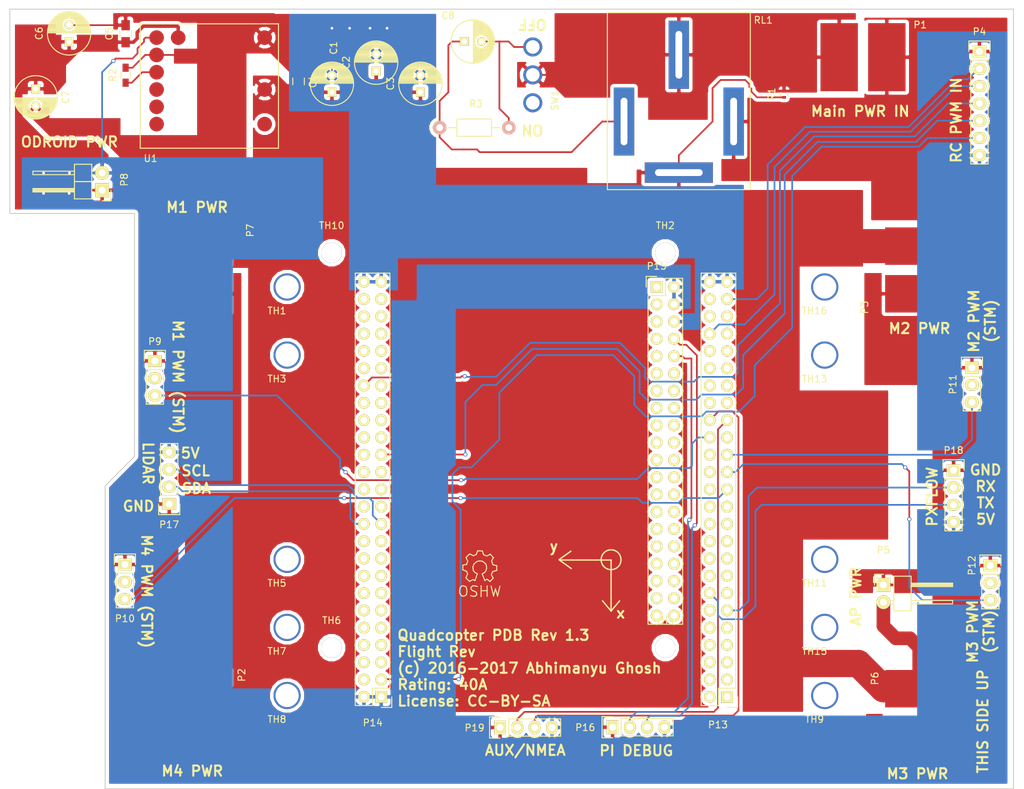
<source format=kicad_pcb>
(kicad_pcb (version 4) (host pcbnew 4.0.5)
  (layers (0 F.Cu signal) (31 B.Cu signal) (34 B.Paste user) (35 F.Paste user) (36 B.SilkS user) (37 F.SilkS user) (38 B.Mask user) (39 F.Mask user) (44 Edge.Cuts user))
  (net 0 "")
  (net 1 Earth)
  (net 2 /ODROID_5V)
  (net 3 "Net-(R2-Pad1)")
  (net 4 /M1_PWM)
  (net 5 /M4_PWM)
  (net 6 /M2_PWM)
  (net 7 /M3_PWM)
  (net 8 /RC_1)
  (net 9 /RC_2)
  (net 10 /RC_3)
  (net 11 /RC_4)
  (net 12 /RC_5)
  (net 13 /VBAT_SWITCHED)
  (net 14 "Net-(C8-Pad2)")
  (net 15 "Net-(C8-Pad1)")
  (net 16 /InputPowerControl/VBAT_IN)
  (net 17 /UART2_RX)
  (net 18 /UART2_TX)
  (net 19 /I2C1_SCL)
  (net 20 /I2C1_SDA)
  (net 21 /PI_TX)
  (net 22 /PI_RX)
  (net 23 /UART3_RX)
  (net 24 /UART3_TX)
  (module Capacitors_ThroughHole:C_Radial_D6.3_L11.2_P2.5 (layer F.Cu) (at 141.75 43.75)
    (fp_text reference C8 (at -2.4 -3.8) (layer F.SilkS))
    (fp_text value "100 uF")
    (pad 2 thru_hole circle (at 2.5 0) (size 1.3 1.3) (drill 0.8) (layers *.Cu *.Mask F.SilkS) (net 14 "Net-(C8-Pad2)"))
    (pad 1 thru_hole rect (at 0 0) (size 1.3 1.3) (drill 0.8) (layers *.Cu *.Mask F.SilkS) (net 15 "Net-(C8-Pad1)"))
  )
  (module Capacitors_ThroughHole:C_Radial_D6.3_L11.2_P2.5 (layer F.Cu) (at 135.3 51.2 90)
    (fp_text reference C3 (at 1.25 -4.4 90) (layer F.SilkS))
    (fp_text value "100 uF")
    (pad 2 thru_hole circle (at 2.5 0 90) (size 1.3 1.3) (drill 0.8) (layers *.Cu *.Mask F.SilkS) (net 1 Earth))
    (pad 1 thru_hole rect (at 0 0 90) (size 1.3 1.3) (drill 0.8) (layers *.Cu *.Mask F.SilkS) (net 13 /VBAT_SWITCHED))
  )
  (module Capacitors_ThroughHole:C_Radial_D6.3_L11.2_P2.5 (layer F.Cu) (at 122.3 51.2 90)
    (fp_text reference C1 (at 6.5 0.25 90) (layer F.SilkS))
    (fp_text value "100 uF")
    (pad 2 thru_hole circle (at 2.5 0 90) (size 1.3 1.3) (drill 0.8) (layers *.Cu *.Mask F.SilkS) (net 1 Earth))
    (pad 1 thru_hole rect (at 0 0 90) (size 1.3 1.3) (drill 0.8) (layers *.Cu *.Mask F.SilkS) (net 13 /VBAT_SWITCHED))
  )
  (module Capacitors_ThroughHole:C_Radial_D6.3_L11.2_P2.5 (layer F.Cu) (at 128.8 48.1 90)
    (fp_text reference C2 (at 1.25 -4.4 90) (layer F.SilkS))
    (fp_text value "100 uF")
    (pad 2 thru_hole circle (at 2.5 0 90) (size 1.3 1.3) (drill 0.8) (layers *.Cu *.Mask F.SilkS) (net 1 Earth))
    (pad 1 thru_hole rect (at 0 0 90) (size 1.3 1.3) (drill 0.8) (layers *.Cu *.Mask F.SilkS) (net 13 /VBAT_SWITCHED))
  )
  (module Capacitors_SMD:C_0805_HandSoldering (layer F.Cu) (at 92 42.6 270)
    (fp_text reference C5 (at 0 2.4 270) (layer F.SilkS))
    (fp_text value "1 uF")
    (pad 1 smd rect (at -1.25 0 270) (size 1.5 1.25) (layers F.Cu F.Paste F.Mask) (net 1 Earth))
    (pad 2 smd rect (at 1.25 0 270) (size 1.5 1.25) (layers F.Cu F.Paste F.Mask) (net 2 /ODROID_5V))
  )
  (module Capacitors_ThroughHole:C_Radial_D6.3_L11.2_P2.5 (layer F.Cu) (at 78.8 50.7 270)
    (fp_text reference C7 (at 1.25 -4.4 270) (layer F.SilkS))
    (fp_text value "100 uF")
    (pad 2 thru_hole circle (at 2.5 0 270) (size 1.3 1.3) (drill 0.8) (layers *.Cu *.Mask F.SilkS) (net 1 Earth))
    (pad 1 thru_hole rect (at 0 0 270) (size 1.3 1.3) (drill 0.8) (layers *.Cu *.Mask F.SilkS) (net 2 /ODROID_5V))
  )
  (module power_connectors:XT60_SMT (layer F.Cu) (at 200.3 46.05 180)
    (fp_text reference P1 (at -8.4 4.75 180) (layer F.SilkS))
    (fp_text value XT60_SMT)
    (pad 1 smd rect (at -3.5 0 180) (size 5.5 10) (layers F.Cu F.Paste F.Mask) (net 1 Earth))
    (pad 2 smd rect (at 3.5 0 180) (size 5.5 10) (layers F.Cu F.Paste F.Mask) (net 16 /InputPowerControl/VBAT_IN))
  )
  (module power_connectors:XT60_SMT (layer F.Cu) (at 102.3 142.3 90)
    (fp_text reference P2 (at 5.5 6.75 90) (layer F.SilkS))
    (fp_text value XT60_SMT)
    (pad 1 smd rect (at -3.5 0 90) (size 5.5 10) (layers F.Cu F.Paste F.Mask) (net 1 Earth))
    (pad 2 smd rect (at 3.5 0 90) (size 5.5 10) (layers F.Cu F.Paste F.Mask) (net 13 /VBAT_SWITCHED))
  )
  (module power_connectors:XT60_SMT (layer F.Cu) (at 208.55 77.3 90)
    (fp_text reference P3 (at -5.5 -8 90) (layer F.SilkS))
    (fp_text value XT60_SMT)
    (pad 1 smd rect (at -3.5 0 90) (size 5.5 10) (layers F.Cu F.Paste F.Mask) (net 1 Earth))
    (pad 2 smd rect (at 3.5 0 90) (size 5.5 10) (layers F.Cu F.Paste F.Mask) (net 13 /VBAT_SWITCHED))
  )
  (module Pin_Headers:Pin_Header_Angled_1x02 (layer F.Cu) (at 203.3 123.55)
    (fp_text reference P5 (at 0 -5.1) (layer F.SilkS))
    (fp_text value CONN_01X02)
    (pad 1 thru_hole rect (at 0 0) (size 2.032 2.032) (drill 1.016) (layers *.Cu *.Mask F.SilkS) (net 1 Earth))
    (pad 2 thru_hole oval (at 0 2.54) (size 2.032 2.032) (drill 1.016) (layers *.Cu *.Mask F.SilkS) (net 13 /VBAT_SWITCHED))
  )
  (module power_connectors:XT60_SMT (layer F.Cu) (at 208.55 142.3 90)
    (fp_text reference P6 (at 5 -6.5 90) (layer F.SilkS))
    (fp_text value XT60_SMT)
    (pad 1 smd rect (at -3.5 0 90) (size 5.5 10) (layers F.Cu F.Paste F.Mask) (net 1 Earth))
    (pad 2 smd rect (at 3.5 0 90) (size 5.5 10) (layers F.Cu F.Paste F.Mask) (net 13 /VBAT_SWITCHED))
  )
  (module power_connectors:XT60_SMT (layer F.Cu) (at 102.3 77.3 90)
    (fp_text reference P7 (at 5.8 8 270) (layer F.SilkS))
    (fp_text value XT60_SMT)
    (pad 1 smd rect (at -3.5 0 90) (size 5.5 10) (layers F.Cu F.Paste F.Mask) (net 1 Earth))
    (pad 2 smd rect (at 3.5 0 90) (size 5.5 10) (layers F.Cu F.Paste F.Mask) (net 13 /VBAT_SWITCHED))
  )
  (module Pin_Headers:Pin_Header_Angled_1x02 (layer F.Cu) (at 88.55 65.59 180)
    (fp_text reference P8 (at -3.25 1.54 270) (layer F.SilkS))
    (fp_text value CONN_01X02)
    (pad 1 thru_hole rect (at 0 0 180) (size 2.032 2.032) (drill 1.016) (layers *.Cu *.Mask F.SilkS) (net 1 Earth))
    (pad 2 thru_hole oval (at 0 2.54 180) (size 2.032 2.032) (drill 1.016) (layers *.Cu *.Mask F.SilkS) (net 2 /ODROID_5V))
  )
  (module Resistors_SMD:R_0603_HandSoldering (layer F.Cu) (at 92 48.7 90)
    (fp_text reference R2 (at 0 -1.9 90) (layer F.SilkS))
    (fp_text value 130)
    (pad 1 smd rect (at -1.1 0 90) (size 1.2 0.9) (layers F.Cu F.Paste F.Mask) (net 3 "Net-(R2-Pad1)"))
    (pad 2 smd rect (at 1.1 0 90) (size 1.2 0.9) (layers F.Cu F.Paste F.Mask) (net 1 Earth))
  )
  (module relay_housings:RELAY_RL44 (layer F.Cu) (at 173.25 55.5)
    (fp_text reference RL1 (at 12.4 -14.9) (layer F.SilkS))
    (fp_text value RL44_SPST_NO)
    (pad 1 thru_hole rect (at -8.05 0) (size 3 10) (drill oval 1 7) (layers *.Cu *.Mask) (net 15 "Net-(C8-Pad1)"))
    (pad 2 thru_hole rect (at 8.05 0) (size 3 10) (drill oval 1 7) (layers *.Cu *.Mask) (net 1 Earth))
    (pad 3 thru_hole rect (at 0 7.5 90) (size 3 10) (drill oval 1 7) (layers *.Cu *.Mask) (net 13 /VBAT_SWITCHED))
    (pad 4 thru_hole rect (at 0 -9.8) (size 3 10) (drill oval 1 7) (layers *.Cu *.Mask) (net 16 /InputPowerControl/VBAT_IN))
  )
  (module switches:SW_SPDT_ThroughHole (layer F.Cu) (at 151.8 48.649999 90)
    (fp_text reference SW1 (at -3.75 3.25 90) (layer F.SilkS))
    (fp_text value Switch_SPDT_x2)
    (pad 1 thru_hole circle (at -4.1 0 90) (size 2.8 2.8) (drill 2) (layers *.Cu *.Mask))
    (pad 2 thru_hole circle (at 0 0 90) (size 2.8 2.8) (drill 2) (layers *.Cu *.Mask) (net 16 /InputPowerControl/VBAT_IN))
    (pad 3 thru_hole circle (at 4.099999 0 90) (size 2.8 2.8) (drill 2) (layers *.Cu *.Mask) (net 14 "Net-(C8-Pad2)"))
  )
  (module PowerPackages:PTH08T230WAZT_BCM (layer F.Cu) (at 112.42 43.18 180)
    (fp_text reference U1 (at 16.75 -17.75 180) (layer F.SilkS))
    (fp_text value PTH08T230WAZT)
    (pad 3 smd circle (at 0 0 180) (size 2.16 2.16) (layers F.Cu F.Paste F.Mask) (net 1 Earth))
    (pad 4 smd circle (at 12.7 0 180) (size 2.16 2.16) (layers F.Cu F.Paste F.Mask) (net 2 /ODROID_5V))
    (pad 5 smd circle (at 15.87 0 270) (size 2.16 2.16) (layers F.Cu F.Paste F.Mask) (net 2 /ODROID_5V))
    (pad 1 smd circle (at 0 -12.7 270) (size 2.16 2.16) (layers F.Cu F.Paste F.Mask))
    (pad 2 smd circle (at 0 -7.62 270) (size 2.16 2.16) (layers F.Cu F.Paste F.Mask) (net 13 /VBAT_SWITCHED))
    (pad 6 smd circle (at 15.87 -2.54 270) (size 2.16 2.16) (layers F.Cu F.Paste F.Mask) (net 1 Earth))
    (pad 7 smd circle (at 15.87 -5.08 270) (size 2.16 2.16) (layers F.Cu F.Paste F.Mask) (net 3 "Net-(R2-Pad1)"))
    (pad 8 smd circle (at 15.87 -7.62 270) (size 2.16 2.16) (layers F.Cu F.Paste F.Mask))
    (pad 9 smd circle (at 15.87 -10.16 270) (size 2.16 2.16) (layers F.Cu F.Paste F.Mask))
    (pad 10 smd circle (at 15.87 -12.7 270) (size 2.16 2.16) (layers F.Cu F.Paste F.Mask))
  )
  (module mechanical:PTH (layer F.Cu) (at 115.72 79.8)
    (fp_text reference TH1 (at -1.5 3.5) (layer F.SilkS))
    (fp_text value PTH)
    (pad 1 thru_hole circle (at 0 0) (size 4 4) (drill 3.4) (layers *.Cu *.Mask))
  )
  (module mechanical:PTH (layer F.Cu) (at 115.72 89.8)
    (fp_text reference TH3 (at -1.5 3.5) (layer F.SilkS))
    (fp_text value PTH)
    (pad 1 thru_hole circle (at 0 0) (size 4 4) (drill 3.4) (layers *.Cu *.Mask))
  )
  (module mechanical:PTH (layer F.Cu) (at 115.72 119.8)
    (fp_text reference TH5 (at -1.5 3.5) (layer F.SilkS))
    (fp_text value PTH)
    (pad 1 thru_hole circle (at 0 0) (size 4 4) (drill 3.4) (layers *.Cu *.Mask))
  )
  (module mechanical:PTH (layer F.Cu) (at 115.72 129.8)
    (fp_text reference TH7 (at -1.5 3.5) (layer F.SilkS))
    (fp_text value PTH)
    (pad 1 thru_hole circle (at 0 0) (size 4 4) (drill 3.4) (layers *.Cu *.Mask))
  )
  (module mechanical:PTH (layer F.Cu) (at 115.72 139.8)
    (fp_text reference TH8 (at -1.5 3.5) (layer F.SilkS))
    (fp_text value PTH)
    (pad 1 thru_hole circle (at 0 0) (size 4 4) (drill 3.4) (layers *.Cu *.Mask))
  )
  (module mechanical:PTH (layer F.Cu) (at 194.68 139.8)
    (fp_text reference TH9 (at -1.5 3.5) (layer F.SilkS))
    (fp_text value PTH)
    (pad 1 thru_hole circle (at 0 0) (size 4 4) (drill 3.4) (layers *.Cu *.Mask))
  )
  (module mechanical:PTH (layer F.Cu) (at 194.68 119.8)
    (fp_text reference TH11 (at -1.5 3.5) (layer F.SilkS))
    (fp_text value PTH)
    (pad 1 thru_hole circle (at 0 0) (size 4 4) (drill 3.4) (layers *.Cu *.Mask))
  )
  (module mechanical:PTH (layer F.Cu) (at 194.68 89.8)
    (fp_text reference TH13 (at -1.5 3.5) (layer F.SilkS))
    (fp_text value PTH)
    (pad 1 thru_hole circle (at 0 0) (size 4 4) (drill 3.4) (layers *.Cu *.Mask))
  )
  (module mechanical:PTH (layer F.Cu) (at 194.68 129.8)
    (fp_text reference TH15 (at -1.5 3.5) (layer F.SilkS))
    (fp_text value PTH)
    (pad 1 thru_hole circle (at 0 0) (size 4 4) (drill 3.4) (layers *.Cu *.Mask))
  )
  (module mechanical:PTH (layer F.Cu) (at 194.68 79.8)
    (fp_text reference TH16 (at -1.5 3.5) (layer F.SilkS))
    (fp_text value PTH)
    (pad 1 thru_hole circle (at 0 0) (size 4 4) (drill 3.4) (layers *.Cu *.Mask))
  )
  (module Pin_Headers:Pin_Header_Straight_1x03 (layer F.Cu) (at 96.3 90.66)
    (fp_text reference P9 (at 0 -2.86) (layer F.SilkS))
    (fp_text value CONN_01X03)
    (pad 1 thru_hole rect (at 0 0) (size 2.032 1.7272) (drill 1.016) (layers *.Cu *.Mask F.SilkS) (net 1 Earth))
    (pad 2 thru_hole oval (at 0 2.54) (size 2.032 1.7272) (drill 1.016) (layers *.Cu *.Mask F.SilkS))
    (pad 3 thru_hole oval (at 0 5.08) (size 2.032 1.7272) (drill 1.016) (layers *.Cu *.Mask F.SilkS) (net 4 /M1_PWM))
  )
  (module Pin_Headers:Pin_Header_Straight_1x03 (layer F.Cu) (at 91.9 120.56)
    (fp_text reference P10 (at 0 7.94) (layer F.SilkS))
    (fp_text value CONN_01X03)
    (pad 1 thru_hole rect (at 0 0) (size 2.032 1.7272) (drill 1.016) (layers *.Cu *.Mask F.SilkS) (net 1 Earth))
    (pad 2 thru_hole oval (at 0 2.54) (size 2.032 1.7272) (drill 1.016) (layers *.Cu *.Mask F.SilkS))
    (pad 3 thru_hole oval (at 0 5.08) (size 2.032 1.7272) (drill 1.016) (layers *.Cu *.Mask F.SilkS) (net 5 /M4_PWM))
  )
  (module Pin_Headers:Pin_Header_Straight_1x03 (layer F.Cu) (at 216.3 91.66)
    (fp_text reference P11 (at -2.8 2.44 90) (layer F.SilkS))
    (fp_text value CONN_01X03)
    (pad 1 thru_hole rect (at 0 0) (size 2.032 1.7272) (drill 1.016) (layers *.Cu *.Mask F.SilkS) (net 1 Earth))
    (pad 2 thru_hole oval (at 0 2.54) (size 2.032 1.7272) (drill 1.016) (layers *.Cu *.Mask F.SilkS))
    (pad 3 thru_hole oval (at 0 5.08) (size 2.032 1.7272) (drill 1.016) (layers *.Cu *.Mask F.SilkS) (net 6 /M2_PWM))
  )
  (module Pin_Headers:Pin_Header_Straight_1x03 (layer F.Cu) (at 219 120.72)
    (fp_text reference P12 (at -2.7 -0.02 90) (layer F.SilkS))
    (fp_text value CONN_01X03)
    (pad 1 thru_hole rect (at 0 0) (size 2.032 1.7272) (drill 1.016) (layers *.Cu *.Mask F.SilkS) (net 1 Earth))
    (pad 2 thru_hole oval (at 0 2.54) (size 2.032 1.7272) (drill 1.016) (layers *.Cu *.Mask F.SilkS))
    (pad 3 thru_hole oval (at 0 5.08) (size 2.032 1.7272) (drill 1.016) (layers *.Cu *.Mask F.SilkS) (net 7 /M3_PWM))
  )
  (module Pin_Headers:Pin_Header_Straight_2x25 (layer F.Cu) (at 180.34 140 180)
    (fp_text reference P13 (at 1.34 -4.1 180) (layer F.SilkS))
    (fp_text value CONN_02X25)
    (pad 1 thru_hole rect (at 0 0 180) (size 1.7272 1.7272) (drill 1.016) (layers *.Cu *.Mask F.SilkS))
    (pad 2 thru_hole oval (at 2.54 0 180) (size 1.7272 1.7272) (drill 1.016) (layers *.Cu *.Mask F.SilkS))
    (pad 3 thru_hole oval (at 0 2.54 180) (size 1.7272 1.7272) (drill 1.016) (layers *.Cu *.Mask F.SilkS))
    (pad 4 thru_hole oval (at 2.54 2.54 180) (size 1.7272 1.7272) (drill 1.016) (layers *.Cu *.Mask F.SilkS))
    (pad 5 thru_hole oval (at 0 5.08 180) (size 1.7272 1.7272) (drill 1.016) (layers *.Cu *.Mask F.SilkS))
    (pad 6 thru_hole oval (at 2.54 5.08 180) (size 1.7272 1.7272) (drill 1.016) (layers *.Cu *.Mask F.SilkS))
    (pad 7 thru_hole oval (at 0 7.62 180) (size 1.7272 1.7272) (drill 1.016) (layers *.Cu *.Mask F.SilkS))
    (pad 8 thru_hole oval (at 2.54 7.62 180) (size 1.7272 1.7272) (drill 1.016) (layers *.Cu *.Mask F.SilkS))
    (pad 9 thru_hole oval (at 0 10.16 180) (size 1.7272 1.7272) (drill 1.016) (layers *.Cu *.Mask F.SilkS))
    (pad 10 thru_hole oval (at 2.54 10.16 180) (size 1.7272 1.7272) (drill 1.016) (layers *.Cu *.Mask F.SilkS))
    (pad 11 thru_hole oval (at 0 12.7 180) (size 1.7272 1.7272) (drill 1.016) (layers *.Cu *.Mask F.SilkS) (net 17 /UART2_RX))
    (pad 12 thru_hole oval (at 2.54 12.7 180) (size 1.7272 1.7272) (drill 1.016) (layers *.Cu *.Mask F.SilkS))
    (pad 13 thru_hole oval (at 0 15.24 180) (size 1.7272 1.7272) (drill 1.016) (layers *.Cu *.Mask F.SilkS))
    (pad 14 thru_hole oval (at 2.54 15.24 180) (size 1.7272 1.7272) (drill 1.016) (layers *.Cu *.Mask F.SilkS) (net 18 /UART2_TX))
    (pad 15 thru_hole oval (at 0 17.78 180) (size 1.7272 1.7272) (drill 1.016) (layers *.Cu *.Mask F.SilkS))
    (pad 16 thru_hole oval (at 2.54 17.78 180) (size 1.7272 1.7272) (drill 1.016) (layers *.Cu *.Mask F.SilkS))
    (pad 17 thru_hole oval (at 0 20.32 180) (size 1.7272 1.7272) (drill 1.016) (layers *.Cu *.Mask F.SilkS))
    (pad 18 thru_hole oval (at 2.54 20.32 180) (size 1.7272 1.7272) (drill 1.016) (layers *.Cu *.Mask F.SilkS))
    (pad 19 thru_hole oval (at 0 22.86 180) (size 1.7272 1.7272) (drill 1.016) (layers *.Cu *.Mask F.SilkS))
    (pad 20 thru_hole oval (at 2.54 22.86 180) (size 1.7272 1.7272) (drill 1.016) (layers *.Cu *.Mask F.SilkS))
    (pad 21 thru_hole oval (at 0 25.4 180) (size 1.7272 1.7272) (drill 1.016) (layers *.Cu *.Mask F.SilkS))
    (pad 22 thru_hole oval (at 2.54 25.4 180) (size 1.7272 1.7272) (drill 1.016) (layers *.Cu *.Mask F.SilkS))
    (pad 23 thru_hole oval (at 0 27.94 180) (size 1.7272 1.7272) (drill 1.016) (layers *.Cu *.Mask F.SilkS))
    (pad 24 thru_hole oval (at 2.54 27.94 180) (size 1.7272 1.7272) (drill 1.016) (layers *.Cu *.Mask F.SilkS))
    (pad 25 thru_hole oval (at 0 30.48 180) (size 1.7272 1.7272) (drill 1.016) (layers *.Cu *.Mask F.SilkS) (net 5 /M4_PWM))
    (pad 26 thru_hole oval (at 2.54 30.48 180) (size 1.7272 1.7272) (drill 1.016) (layers *.Cu *.Mask F.SilkS))
    (pad 27 thru_hole oval (at 0 33.02 180) (size 1.7272 1.7272) (drill 1.016) (layers *.Cu *.Mask F.SilkS) (net 7 /M3_PWM))
    (pad 28 thru_hole oval (at 2.54 33.02 180) (size 1.7272 1.7272) (drill 1.016) (layers *.Cu *.Mask F.SilkS))
    (pad 29 thru_hole oval (at 0 35.56 180) (size 1.7272 1.7272) (drill 1.016) (layers *.Cu *.Mask F.SilkS) (net 6 /M2_PWM))
    (pad 30 thru_hole oval (at 2.54 35.56 180) (size 1.7272 1.7272) (drill 1.016) (layers *.Cu *.Mask F.SilkS))
    (pad 31 thru_hole oval (at 0 38.1 180) (size 1.7272 1.7272) (drill 1.016) (layers *.Cu *.Mask F.SilkS))
    (pad 32 thru_hole oval (at 2.54 38.1 180) (size 1.7272 1.7272) (drill 1.016) (layers *.Cu *.Mask F.SilkS) (net 4 /M1_PWM))
    (pad 33 thru_hole oval (at 0 40.64 180) (size 1.7272 1.7272) (drill 1.016) (layers *.Cu *.Mask F.SilkS) (net 23 /UART3_RX))
    (pad 34 thru_hole oval (at 2.54 40.64 180) (size 1.7272 1.7272) (drill 1.016) (layers *.Cu *.Mask F.SilkS) (net 24 /UART3_TX))
    (pad 35 thru_hole oval (at 0 43.18 180) (size 1.7272 1.7272) (drill 1.016) (layers *.Cu *.Mask F.SilkS))
    (pad 36 thru_hole oval (at 2.54 43.18 180) (size 1.7272 1.7272) (drill 1.016) (layers *.Cu *.Mask F.SilkS))
    (pad 37 thru_hole oval (at 0 45.72 180) (size 1.7272 1.7272) (drill 1.016) (layers *.Cu *.Mask F.SilkS))
    (pad 38 thru_hole oval (at 2.54 45.72 180) (size 1.7272 1.7272) (drill 1.016) (layers *.Cu *.Mask F.SilkS))
    (pad 39 thru_hole oval (at 0 48.26 180) (size 1.7272 1.7272) (drill 1.016) (layers *.Cu *.Mask F.SilkS))
    (pad 40 thru_hole oval (at 2.54 48.26 180) (size 1.7272 1.7272) (drill 1.016) (layers *.Cu *.Mask F.SilkS))
    (pad 41 thru_hole oval (at 0 50.8 180) (size 1.7272 1.7272) (drill 1.016) (layers *.Cu *.Mask F.SilkS))
    (pad 42 thru_hole oval (at 2.54 50.8 180) (size 1.7272 1.7272) (drill 1.016) (layers *.Cu *.Mask F.SilkS))
    (pad 43 thru_hole oval (at 0 53.34 180) (size 1.7272 1.7272) (drill 1.016) (layers *.Cu *.Mask F.SilkS))
    (pad 44 thru_hole oval (at 2.54 53.34 180) (size 1.7272 1.7272) (drill 1.016) (layers *.Cu *.Mask F.SilkS) (net 9 /RC_2))
    (pad 45 thru_hole oval (at 0 55.88 180) (size 1.7272 1.7272) (drill 1.016) (layers *.Cu *.Mask F.SilkS))
    (pad 46 thru_hole oval (at 2.54 55.88 180) (size 1.7272 1.7272) (drill 1.016) (layers *.Cu *.Mask F.SilkS))
    (pad 47 thru_hole oval (at 0 58.42 180) (size 1.7272 1.7272) (drill 1.016) (layers *.Cu *.Mask F.SilkS) (net 8 /RC_1))
    (pad 48 thru_hole oval (at 2.54 58.42 180) (size 1.7272 1.7272) (drill 1.016) (layers *.Cu *.Mask F.SilkS))
    (pad 49 thru_hole oval (at 0 60.96 180) (size 1.7272 1.7272) (drill 1.016) (layers *.Cu *.Mask F.SilkS) (net 1 Earth))
    (pad 50 thru_hole oval (at 2.54 60.96 180) (size 1.7272 1.7272) (drill 1.016) (layers *.Cu *.Mask F.SilkS) (net 1 Earth))
  )
  (module Pin_Headers:Pin_Header_Straight_2x25 (layer F.Cu) (at 129.54 140 180)
    (fp_text reference P14 (at 1.24 -3.8 180) (layer F.SilkS))
    (fp_text value CONN_02X25)
    (pad 1 thru_hole rect (at 0 0 180) (size 1.7272 1.7272) (drill 1.016) (layers *.Cu *.Mask F.SilkS) (net 2 /ODROID_5V))
    (pad 2 thru_hole oval (at 2.54 0 180) (size 1.7272 1.7272) (drill 1.016) (layers *.Cu *.Mask F.SilkS) (net 2 /ODROID_5V))
    (pad 3 thru_hole oval (at 0 2.54 180) (size 1.7272 1.7272) (drill 1.016) (layers *.Cu *.Mask F.SilkS) (net 12 /RC_5))
    (pad 4 thru_hole oval (at 2.54 2.54 180) (size 1.7272 1.7272) (drill 1.016) (layers *.Cu *.Mask F.SilkS))
    (pad 5 thru_hole oval (at 0 5.08 180) (size 1.7272 1.7272) (drill 1.016) (layers *.Cu *.Mask F.SilkS))
    (pad 6 thru_hole oval (at 2.54 5.08 180) (size 1.7272 1.7272) (drill 1.016) (layers *.Cu *.Mask F.SilkS))
    (pad 7 thru_hole oval (at 0 7.62 180) (size 1.7272 1.7272) (drill 1.016) (layers *.Cu *.Mask F.SilkS))
    (pad 8 thru_hole oval (at 2.54 7.62 180) (size 1.7272 1.7272) (drill 1.016) (layers *.Cu *.Mask F.SilkS))
    (pad 9 thru_hole oval (at 0 10.16 180) (size 1.7272 1.7272) (drill 1.016) (layers *.Cu *.Mask F.SilkS))
    (pad 10 thru_hole oval (at 2.54 10.16 180) (size 1.7272 1.7272) (drill 1.016) (layers *.Cu *.Mask F.SilkS))
    (pad 11 thru_hole oval (at 0 12.7 180) (size 1.7272 1.7272) (drill 1.016) (layers *.Cu *.Mask F.SilkS))
    (pad 12 thru_hole oval (at 2.54 12.7 180) (size 1.7272 1.7272) (drill 1.016) (layers *.Cu *.Mask F.SilkS))
    (pad 13 thru_hole oval (at 0 15.24 180) (size 1.7272 1.7272) (drill 1.016) (layers *.Cu *.Mask F.SilkS))
    (pad 14 thru_hole oval (at 2.54 15.24 180) (size 1.7272 1.7272) (drill 1.016) (layers *.Cu *.Mask F.SilkS))
    (pad 15 thru_hole oval (at 0 17.78 180) (size 1.7272 1.7272) (drill 1.016) (layers *.Cu *.Mask F.SilkS))
    (pad 16 thru_hole oval (at 2.54 17.78 180) (size 1.7272 1.7272) (drill 1.016) (layers *.Cu *.Mask F.SilkS))
    (pad 17 thru_hole oval (at 0 20.32 180) (size 1.7272 1.7272) (drill 1.016) (layers *.Cu *.Mask F.SilkS))
    (pad 18 thru_hole oval (at 2.54 20.32 180) (size 1.7272 1.7272) (drill 1.016) (layers *.Cu *.Mask F.SilkS))
    (pad 19 thru_hole oval (at 0 22.86 180) (size 1.7272 1.7272) (drill 1.016) (layers *.Cu *.Mask F.SilkS))
    (pad 20 thru_hole oval (at 2.54 22.86 180) (size 1.7272 1.7272) (drill 1.016) (layers *.Cu *.Mask F.SilkS))
    (pad 21 thru_hole oval (at 0 25.4 180) (size 1.7272 1.7272) (drill 1.016) (layers *.Cu *.Mask F.SilkS) (net 19 /I2C1_SCL))
    (pad 22 thru_hole oval (at 2.54 25.4 180) (size 1.7272 1.7272) (drill 1.016) (layers *.Cu *.Mask F.SilkS) (net 20 /I2C1_SDA))
    (pad 23 thru_hole oval (at 0 27.94 180) (size 1.7272 1.7272) (drill 1.016) (layers *.Cu *.Mask F.SilkS))
    (pad 24 thru_hole oval (at 2.54 27.94 180) (size 1.7272 1.7272) (drill 1.016) (layers *.Cu *.Mask F.SilkS))
    (pad 25 thru_hole oval (at 0 30.48 180) (size 1.7272 1.7272) (drill 1.016) (layers *.Cu *.Mask F.SilkS))
    (pad 26 thru_hole oval (at 2.54 30.48 180) (size 1.7272 1.7272) (drill 1.016) (layers *.Cu *.Mask F.SilkS))
    (pad 27 thru_hole oval (at 0 33.02 180) (size 1.7272 1.7272) (drill 1.016) (layers *.Cu *.Mask F.SilkS))
    (pad 28 thru_hole oval (at 2.54 33.02 180) (size 1.7272 1.7272) (drill 1.016) (layers *.Cu *.Mask F.SilkS))
    (pad 29 thru_hole oval (at 0 35.56 180) (size 1.7272 1.7272) (drill 1.016) (layers *.Cu *.Mask F.SilkS) (net 11 /RC_4))
    (pad 30 thru_hole oval (at 2.54 35.56 180) (size 1.7272 1.7272) (drill 1.016) (layers *.Cu *.Mask F.SilkS))
    (pad 31 thru_hole oval (at 0 38.1 180) (size 1.7272 1.7272) (drill 1.016) (layers *.Cu *.Mask F.SilkS))
    (pad 32 thru_hole oval (at 2.54 38.1 180) (size 1.7272 1.7272) (drill 1.016) (layers *.Cu *.Mask F.SilkS))
    (pad 33 thru_hole oval (at 0 40.64 180) (size 1.7272 1.7272) (drill 1.016) (layers *.Cu *.Mask F.SilkS))
    (pad 34 thru_hole oval (at 2.54 40.64 180) (size 1.7272 1.7272) (drill 1.016) (layers *.Cu *.Mask F.SilkS))
    (pad 35 thru_hole oval (at 0 43.18 180) (size 1.7272 1.7272) (drill 1.016) (layers *.Cu *.Mask F.SilkS))
    (pad 36 thru_hole oval (at 2.54 43.18 180) (size 1.7272 1.7272) (drill 1.016) (layers *.Cu *.Mask F.SilkS))
    (pad 37 thru_hole oval (at 0 45.72 180) (size 1.7272 1.7272) (drill 1.016) (layers *.Cu *.Mask F.SilkS))
    (pad 38 thru_hole oval (at 2.54 45.72 180) (size 1.7272 1.7272) (drill 1.016) (layers *.Cu *.Mask F.SilkS) (net 10 /RC_3))
    (pad 39 thru_hole oval (at 0 48.26 180) (size 1.7272 1.7272) (drill 1.016) (layers *.Cu *.Mask F.SilkS))
    (pad 40 thru_hole oval (at 2.54 48.26 180) (size 1.7272 1.7272) (drill 1.016) (layers *.Cu *.Mask F.SilkS))
    (pad 41 thru_hole oval (at 0 50.8 180) (size 1.7272 1.7272) (drill 1.016) (layers *.Cu *.Mask F.SilkS))
    (pad 42 thru_hole oval (at 2.54 50.8 180) (size 1.7272 1.7272) (drill 1.016) (layers *.Cu *.Mask F.SilkS))
    (pad 43 thru_hole oval (at 0 53.34 180) (size 1.7272 1.7272) (drill 1.016) (layers *.Cu *.Mask F.SilkS))
    (pad 44 thru_hole oval (at 2.54 53.34 180) (size 1.7272 1.7272) (drill 1.016) (layers *.Cu *.Mask F.SilkS))
    (pad 45 thru_hole oval (at 0 55.88 180) (size 1.7272 1.7272) (drill 1.016) (layers *.Cu *.Mask F.SilkS))
    (pad 46 thru_hole oval (at 2.54 55.88 180) (size 1.7272 1.7272) (drill 1.016) (layers *.Cu *.Mask F.SilkS))
    (pad 47 thru_hole oval (at 0 58.42 180) (size 1.7272 1.7272) (drill 1.016) (layers *.Cu *.Mask F.SilkS))
    (pad 48 thru_hole oval (at 2.54 58.42 180) (size 1.7272 1.7272) (drill 1.016) (layers *.Cu *.Mask F.SilkS))
    (pad 49 thru_hole oval (at 0 60.96 180) (size 1.7272 1.7272) (drill 1.016) (layers *.Cu *.Mask F.SilkS) (net 1 Earth))
    (pad 50 thru_hole oval (at 2.54 60.96 180) (size 1.7272 1.7272) (drill 1.016) (layers *.Cu *.Mask F.SilkS) (net 1 Earth))
  )
  (module Pin_Headers:Pin_Header_Straight_1x07 (layer F.Cu) (at 217.4 45.22)
    (fp_text reference P4 (at 0 -2.92) (layer F.SilkS))
    (fp_text value CONN_01X07)
    (pad 1 thru_hole rect (at 0 0) (size 2.032 1.7272) (drill 1.016) (layers *.Cu *.Mask F.SilkS) (net 1 Earth))
    (pad 2 thru_hole oval (at 0 2.54) (size 2.032 1.7272) (drill 1.016) (layers *.Cu *.Mask F.SilkS) (net 8 /RC_1))
    (pad 3 thru_hole oval (at 0 5.08) (size 2.032 1.7272) (drill 1.016) (layers *.Cu *.Mask F.SilkS) (net 9 /RC_2))
    (pad 4 thru_hole oval (at 0 7.62) (size 2.032 1.7272) (drill 1.016) (layers *.Cu *.Mask F.SilkS) (net 10 /RC_3))
    (pad 5 thru_hole oval (at 0 10.16) (size 2.032 1.7272) (drill 1.016) (layers *.Cu *.Mask F.SilkS) (net 11 /RC_4))
    (pad 6 thru_hole oval (at 0 12.7) (size 2.032 1.7272) (drill 1.016) (layers *.Cu *.Mask F.SilkS) (net 12 /RC_5))
    (pad 7 thru_hole oval (at 0 15.24) (size 2.032 1.7272) (drill 1.016) (layers *.Cu *.Mask F.SilkS) (net 2 /ODROID_5V))
  )
  (module Resistors_ThroughHole:Resistor_Horizontal_RM10mm (layer F.Cu) (at 143.2 56.4)
    (fp_text reference R3 (at 0.24892 -3.50012) (layer F.SilkS))
    (fp_text value 10)
    (pad 1 thru_hole circle (at -5.08 0) (size 1.99898 1.99898) (drill 1.00076) (layers *.Cu *.SilkS *.Mask) (net 15 "Net-(C8-Pad1)"))
    (pad 2 thru_hole circle (at 5.08 0) (size 1.99898 1.99898) (drill 1.00076) (layers *.Cu *.SilkS *.Mask) (net 14 "Net-(C8-Pad2)"))
  )
  (module Capacitors_SMD:C_0805_HandSoldering (layer F.Cu) (at 117.4 49.6 270)
    (fp_text reference C4 (at 0 -2.1 270) (layer F.SilkS))
    (fp_text value "1 uF")
    (pad 1 smd rect (at -1.25 0 270) (size 1.5 1.25) (layers F.Cu F.Paste F.Mask) (net 1 Earth))
    (pad 2 smd rect (at 1.25 0 270) (size 1.5 1.25) (layers F.Cu F.Paste F.Mask) (net 13 /VBAT_SWITCHED))
  )
  (module Capacitors_ThroughHole:C_Radial_D6.3_L11.2_P2.5 (layer F.Cu) (at 83.7 43.8 90)
    (fp_text reference C6 (at 1.25 -4.4 90) (layer F.SilkS))
    (fp_text value "100 uF")
    (pad 2 thru_hole circle (at 2.5 0 90) (size 1.3 1.3) (drill 0.8) (layers *.Cu *.Mask F.SilkS) (net 1 Earth))
    (pad 1 thru_hole rect (at 0 0 90) (size 1.3 1.3) (drill 0.8) (layers *.Cu *.Mask F.SilkS) (net 2 /ODROID_5V))
  )
  (module Resistors_SMD:R_0402 (layer F.Cu) (at 188.7 51.5 90)
    (fp_text reference R1 (at 0 -1.8 90) (layer F.SilkS))
    (fp_text value "1 MOhm, PRCHRG")
    (pad 1 smd rect (at -0.45 0 90) (size 0.4 0.6) (layers F.Cu F.Paste F.Mask) (net 13 /VBAT_SWITCHED))
    (pad 2 smd rect (at 0.45 0 90) (size 0.4 0.6) (layers F.Cu F.Paste F.Mask) (net 16 /InputPowerControl/VBAT_IN))
  )
  (module Pin_Headers:Pin_Header_Straight_2x20 (layer F.Cu) (at 170 79.8)
    (fp_text reference P15 (at 0 -3.06) (layer F.SilkS))
    (fp_text value CONN_02X20)
    (pad 1 thru_hole rect (at 0 0) (size 1.7272 1.7272) (drill 1.016) (layers *.Cu *.Mask F.SilkS))
    (pad 2 thru_hole oval (at 2.54 0) (size 1.7272 1.7272) (drill 1.016) (layers *.Cu *.Mask F.SilkS) (net 2 /ODROID_5V))
    (pad 3 thru_hole oval (at 0 2.54) (size 1.7272 1.7272) (drill 1.016) (layers *.Cu *.Mask F.SilkS))
    (pad 4 thru_hole oval (at 2.54 2.54) (size 1.7272 1.7272) (drill 1.016) (layers *.Cu *.Mask F.SilkS) (net 2 /ODROID_5V))
    (pad 5 thru_hole oval (at 0 5.08) (size 1.7272 1.7272) (drill 1.016) (layers *.Cu *.Mask F.SilkS))
    (pad 6 thru_hole oval (at 2.54 5.08) (size 1.7272 1.7272) (drill 1.016) (layers *.Cu *.Mask F.SilkS) (net 1 Earth))
    (pad 7 thru_hole oval (at 0 7.62) (size 1.7272 1.7272) (drill 1.016) (layers *.Cu *.Mask F.SilkS))
    (pad 8 thru_hole oval (at 2.54 7.62) (size 1.7272 1.7272) (drill 1.016) (layers *.Cu *.Mask F.SilkS) (net 21 /PI_TX))
    (pad 9 thru_hole oval (at 0 10.16) (size 1.7272 1.7272) (drill 1.016) (layers *.Cu *.Mask F.SilkS))
    (pad 10 thru_hole oval (at 2.54 10.16) (size 1.7272 1.7272) (drill 1.016) (layers *.Cu *.Mask F.SilkS) (net 22 /PI_RX))
    (pad 11 thru_hole oval (at 0 12.7) (size 1.7272 1.7272) (drill 1.016) (layers *.Cu *.Mask F.SilkS))
    (pad 12 thru_hole oval (at 2.54 12.7) (size 1.7272 1.7272) (drill 1.016) (layers *.Cu *.Mask F.SilkS))
    (pad 13 thru_hole oval (at 0 15.24) (size 1.7272 1.7272) (drill 1.016) (layers *.Cu *.Mask F.SilkS))
    (pad 14 thru_hole oval (at 2.54 15.24) (size 1.7272 1.7272) (drill 1.016) (layers *.Cu *.Mask F.SilkS))
    (pad 15 thru_hole oval (at 0 17.78) (size 1.7272 1.7272) (drill 1.016) (layers *.Cu *.Mask F.SilkS))
    (pad 16 thru_hole oval (at 2.54 17.78) (size 1.7272 1.7272) (drill 1.016) (layers *.Cu *.Mask F.SilkS))
    (pad 17 thru_hole oval (at 0 20.32) (size 1.7272 1.7272) (drill 1.016) (layers *.Cu *.Mask F.SilkS))
    (pad 18 thru_hole oval (at 2.54 20.32) (size 1.7272 1.7272) (drill 1.016) (layers *.Cu *.Mask F.SilkS))
    (pad 19 thru_hole oval (at 0 22.86) (size 1.7272 1.7272) (drill 1.016) (layers *.Cu *.Mask F.SilkS))
    (pad 20 thru_hole oval (at 2.54 22.86) (size 1.7272 1.7272) (drill 1.016) (layers *.Cu *.Mask F.SilkS))
    (pad 21 thru_hole oval (at 0 25.4) (size 1.7272 1.7272) (drill 1.016) (layers *.Cu *.Mask F.SilkS))
    (pad 22 thru_hole oval (at 2.54 25.4) (size 1.7272 1.7272) (drill 1.016) (layers *.Cu *.Mask F.SilkS))
    (pad 23 thru_hole oval (at 0 27.94) (size 1.7272 1.7272) (drill 1.016) (layers *.Cu *.Mask F.SilkS))
    (pad 24 thru_hole oval (at 2.54 27.94) (size 1.7272 1.7272) (drill 1.016) (layers *.Cu *.Mask F.SilkS))
    (pad 25 thru_hole oval (at 0 30.48) (size 1.7272 1.7272) (drill 1.016) (layers *.Cu *.Mask F.SilkS))
    (pad 26 thru_hole oval (at 2.54 30.48) (size 1.7272 1.7272) (drill 1.016) (layers *.Cu *.Mask F.SilkS))
    (pad 27 thru_hole oval (at 0 33.02) (size 1.7272 1.7272) (drill 1.016) (layers *.Cu *.Mask F.SilkS))
    (pad 28 thru_hole oval (at 2.54 33.02) (size 1.7272 1.7272) (drill 1.016) (layers *.Cu *.Mask F.SilkS))
    (pad 29 thru_hole oval (at 0 35.56) (size 1.7272 1.7272) (drill 1.016) (layers *.Cu *.Mask F.SilkS))
    (pad 30 thru_hole oval (at 2.54 35.56) (size 1.7272 1.7272) (drill 1.016) (layers *.Cu *.Mask F.SilkS))
    (pad 31 thru_hole oval (at 0 38.1) (size 1.7272 1.7272) (drill 1.016) (layers *.Cu *.Mask F.SilkS))
    (pad 32 thru_hole oval (at 2.54 38.1) (size 1.7272 1.7272) (drill 1.016) (layers *.Cu *.Mask F.SilkS))
    (pad 33 thru_hole oval (at 0 40.64) (size 1.7272 1.7272) (drill 1.016) (layers *.Cu *.Mask F.SilkS))
    (pad 34 thru_hole oval (at 2.54 40.64) (size 1.7272 1.7272) (drill 1.016) (layers *.Cu *.Mask F.SilkS))
    (pad 35 thru_hole oval (at 0 43.18) (size 1.7272 1.7272) (drill 1.016) (layers *.Cu *.Mask F.SilkS))
    (pad 36 thru_hole oval (at 2.54 43.18) (size 1.7272 1.7272) (drill 1.016) (layers *.Cu *.Mask F.SilkS))
    (pad 37 thru_hole oval (at 0 45.72) (size 1.7272 1.7272) (drill 1.016) (layers *.Cu *.Mask F.SilkS))
    (pad 38 thru_hole oval (at 2.54 45.72) (size 1.7272 1.7272) (drill 1.016) (layers *.Cu *.Mask F.SilkS))
    (pad 39 thru_hole oval (at 0 48.26) (size 1.7272 1.7272) (drill 1.016) (layers *.Cu *.Mask F.SilkS))
    (pad 40 thru_hole oval (at 2.54 48.26) (size 1.7272 1.7272) (drill 1.016) (layers *.Cu *.Mask F.SilkS))
  )
  (module Pin_Headers:Pin_Header_Straight_1x04 (layer F.Cu) (at 163.52 144.45 90)
    (fp_text reference P16 (at -0.05 -4.02 180) (layer F.SilkS))
    (fp_text value CONN_01X04)
    (pad 1 thru_hole rect (at 0 0 90) (size 2.032 1.7272) (drill 1.016) (layers *.Cu *.Mask F.SilkS) (net 1 Earth))
    (pad 2 thru_hole oval (at 0 2.54 90) (size 2.032 1.7272) (drill 1.016) (layers *.Cu *.Mask F.SilkS) (net 22 /PI_RX))
    (pad 3 thru_hole oval (at 0 5.08 90) (size 2.032 1.7272) (drill 1.016) (layers *.Cu *.Mask F.SilkS) (net 21 /PI_TX))
    (pad 4 thru_hole oval (at 0 7.62 90) (size 2.032 1.7272) (drill 1.016) (layers *.Cu *.Mask F.SilkS) (net 2 /ODROID_5V))
  )
  (module Pin_Headers:Pin_Header_Straight_1x04 (layer F.Cu) (at 98.4 111.68 180)
    (fp_text reference P17 (at 0 -3.02 180) (layer F.SilkS))
    (fp_text value CONN_01X04)
    (pad 1 thru_hole rect (at 0 0 180) (size 2.032 1.7272) (drill 1.016) (layers *.Cu *.Mask F.SilkS) (net 1 Earth))
    (pad 2 thru_hole oval (at 0 2.54 180) (size 2.032 1.7272) (drill 1.016) (layers *.Cu *.Mask F.SilkS) (net 20 /I2C1_SDA))
    (pad 3 thru_hole oval (at 0 5.08 180) (size 2.032 1.7272) (drill 1.016) (layers *.Cu *.Mask F.SilkS) (net 19 /I2C1_SCL))
    (pad 4 thru_hole oval (at 0 7.62 180) (size 2.032 1.7272) (drill 1.016) (layers *.Cu *.Mask F.SilkS) (net 2 /ODROID_5V))
  )
  (module Pin_Headers:Pin_Header_Straight_1x04 (layer F.Cu) (at 213.6 106.72)
    (fp_text reference P18 (at 0 -2.92) (layer F.SilkS))
    (fp_text value CONN_01X04)
    (pad 1 thru_hole rect (at 0 0) (size 2.032 1.7272) (drill 1.016) (layers *.Cu *.Mask F.SilkS) (net 1 Earth))
    (pad 2 thru_hole oval (at 0 2.54) (size 2.032 1.7272) (drill 1.016) (layers *.Cu *.Mask F.SilkS) (net 17 /UART2_RX))
    (pad 3 thru_hole oval (at 0 5.08) (size 2.032 1.7272) (drill 1.016) (layers *.Cu *.Mask F.SilkS) (net 18 /UART2_TX))
    (pad 4 thru_hole oval (at 0 7.62) (size 2.032 1.7272) (drill 1.016) (layers *.Cu *.Mask F.SilkS) (net 2 /ODROID_5V))
  )
  (module Pin_Headers:Pin_Header_Straight_1x04 (layer F.Cu) (at 147 144.5 90)
    (fp_text reference P19 (at -0.05 -3.75 180) (layer F.SilkS))
    (fp_text value CONN_01X04)
    (pad 1 thru_hole rect (at 0 0 90) (size 2.032 1.7272) (drill 1.016) (layers *.Cu *.Mask F.SilkS) (net 1 Earth))
    (pad 2 thru_hole oval (at 0 2.54 90) (size 2.032 1.7272) (drill 1.016) (layers *.Cu *.Mask F.SilkS) (net 23 /UART3_RX))
    (pad 3 thru_hole oval (at 0 5.08 90) (size 2.032 1.7272) (drill 1.016) (layers *.Cu *.Mask F.SilkS) (net 24 /UART3_TX))
    (pad 4 thru_hole oval (at 0 7.62 90) (size 2.032 1.7272) (drill 1.016) (layers *.Cu *.Mask F.SilkS) (net 2 /ODROID_5V))
  )
  (module Mounting_Holes:MountingHole_3mm (layer F.Cu) (at 171.26 74.78)
    (fp_text reference TH2 (at 0 -4.0005) (layer F.SilkS))
    (fp_text value PTH)
    (pad 1 thru_hole circle (at 0 0) (size 3 3) (drill 3) (layers))
  )
  (module Mounting_Holes:MountingHole_3mm (layer F.Cu) (at 171.26 132.78)
    (fp_text reference TH4 (at 0 -4.0005) (layer F.SilkS))
    (fp_text value PTH)
    (pad 1 thru_hole circle (at 0 0) (size 3 3) (drill 3) (layers))
  )
  (module Mounting_Holes:MountingHole_3mm (layer F.Cu) (at 122.26 132.78)
    (fp_text reference TH6 (at 0 -4.0005) (layer F.SilkS))
    (fp_text value PTH)
    (pad 1 thru_hole circle (at 0 0) (size 3 3) (drill 3) (layers))
  )
  (module Mounting_Holes:MountingHole_3mm (layer F.Cu) (at 122.26 74.78)
    (fp_text reference TH10 (at 0 -4.0005) (layer F.SilkS))
    (fp_text value PTH)
    (pad 1 thru_hole circle (at 0 0) (size 3 3) (drill 3) (layers))
  )
  (module Symbols:Symbol_OSHW-Logo_SilkScreen (layer F.Cu) (at 144.01 121.03)
    (fp_text reference "" hide)
    (fp_text value Symbol_OSHW-Logo_SilkScreen)
  )
  (gr_text AUX/NMEA (at 150.7 147.85) (layer F.SilkS) (effects (font (size 1.5 1.5) (thickness 0.3))))
  (gr_text "PI DEBUG" (at 167 147.9) (layer F.SilkS) (effects (font (size 1.5 1.5) (thickness 0.3))))
  (gr_text "THIS SIDE UP" (at 217.9 143.6 90) (layer F.SilkS) (effects (font (size 1.5 1.5) (thickness 0.3))))
  (gr_text LIDAR (at 95.3 105.7 270) (layer F.SilkS) (effects (font (size 1.5 1.5) (thickness 0.3))))
  (gr_text 5V (at 101.5 104.2) (layer F.SilkS) (effects (font (size 1.5 1.5) (thickness 0.3))))
  (gr_text SCL (at 102.3 106.8) (layer F.SilkS) (effects (font (size 1.5 1.5) (thickness 0.3))))
  (gr_text SDA (at 102.4 109.4) (layer F.SilkS) (effects (font (size 1.5 1.5) (thickness 0.3))))
  (gr_text GND (at 93.9 112) (layer F.SilkS) (effects (font (size 1.5 1.5) (thickness 0.3))))
  (gr_text "GND\nRX\nTX\n5V" (at 218.3 110.3) (layer F.SilkS) (effects (font (size 1.5 1.5) (thickness 0.3))))
  (gr_text PXFLOW (at 210.45 110.6 90) (layer F.SilkS) (effects (font (size 1.5 1.5) (thickness 0.3))))
  (gr_text "RC PWM IN" (at 214 55.3 90) (layer F.SilkS) (effects (font (size 1.5 1.5) (thickness 0.3))))
  (gr_text "M2 PWM\n(STM)" (at 217.8 84.8 90) (layer F.SilkS) (effects (font (size 1.5 1.5) (thickness 0.3))))
  (gr_text "M3 PWM\n(STM)" (at 217.6 130.4 90) (layer F.SilkS) (effects (font (size 1.5 1.5) (thickness 0.3))))
  (gr_text "M4 PWM (STM)" (at 95.1 124.5 270) (layer F.SilkS) (effects (font (size 1.5 1.5) (thickness 0.3))))
  (gr_text "M1 PWM (STM)" (at 99.7 93 270) (layer F.SilkS) (effects (font (size 1.5 1.5) (thickness 0.3))))
  (gr_text y (at 154.9 117.9) (layer F.SilkS) (effects (font (size 1.5 1.5) (thickness 0.3))))
  (gr_text x (at 164.7 127.7) (layer F.SilkS) (effects (font (size 1.5 1.5) (thickness 0.3))))
  (gr_text "AP PWR" (at 199.25 125.25 90) (layer F.SilkS) (effects (font (size 1.5 1.5) (thickness 0.3))))
  (gr_text "ODROID PWR" (at 83.75 58.5) (layer F.SilkS) (effects (font (size 1.5 1.5) (thickness 0.3))))
  (gr_circle (center 163.3 119.857737) (end 164.55 119.107737) (layer F.SilkS) (width 0.2))
  (gr_line (start 157.4 118.6) (end 155.65 119.85) (layer F.SilkS) (width 0.2))
  (gr_line (start 157.45 121.15) (end 155.7 119.9) (layer F.SilkS) (width 0.2))
  (gr_line (start 155.8 119.9) (end 163.3 119.9) (layer F.SilkS) (width 0.2))
  (gr_line (start 162.05 125.9) (end 163.3 127.4) (layer F.SilkS) (width 0.2))
  (gr_line (start 164.55 125.9) (end 163.3 127.4) (layer F.SilkS) (width 0.2))
  (gr_line (start 163.3 127.4) (end 163.3 119.9) (layer F.SilkS) (width 0.2))
  (gr_text OFF (at 151.75 41.25 180) (layer F.SilkS) (effects (font (size 1.5 1.5) (thickness 0.3))))
  (gr_text ON (at 151.75 56.75 180) (layer F.SilkS) (effects (font (size 1.5 1.5) (thickness 0.3))))
  (gr_text "M4 PWR" (at 101.8 150.9) (layer F.SilkS) (effects (font (size 1.5 1.5) (thickness 0.3))))
  (gr_text "M3 PWR" (at 208.3 151.3) (layer F.SilkS) (effects (font (size 1.5 1.5) (thickness 0.3))))
  (gr_text "M2 PWR" (at 208.6 85.9) (layer F.SilkS) (effects (font (size 1.5 1.5) (thickness 0.3))))
  (gr_text "M1 PWR" (at 102.5 68.1) (layer F.SilkS) (effects (font (size 1.5 1.5) (thickness 0.3))))
  (gr_text "Main PWR IN" (at 199.9 54) (layer F.SilkS) (effects (font (size 1.5 1.5) (thickness 0.3))))
  (gr_text "Quadcopter PDB Rev 1.3 \nFlight Rev\n(c) 2016-2017 Abhimanyu Ghosh\nRating: 40A\nLicense: CC-BY-SA" (at 131.76 135.78) (layer F.SilkS) (effects (font (size 1.5 1.5) (thickness 0.3)) (justify left)))
  (gr_line (start 222.4 150) (end 222.4 153.5) (layer Edge.Cuts) (width 0.15))
  (gr_line (start 89 153.5) (end 222.4 153.5) (layer Edge.Cuts) (width 0.15))
  (gr_line (start 89 150) (end 89 153.5) (layer Edge.Cuts) (width 0.15))
  (gr_line (start 222.4 150) (end 222.4 39) (layer Edge.Cuts) (width 0.15))
  (gr_line (start 93.3 104.7) (end 93.3 69) (layer Edge.Cuts) (width 0.15))
  (gr_line (start 75 69) (end 75 40) (layer Edge.Cuts) (width 0.15))
  (gr_line (start 76 69) (end 75 69) (layer Edge.Cuts) (width 0.15))
  (gr_line (start 93.3 69) (end 76 69) (layer Edge.Cuts) (width 0.15))
  (gr_line (start 89 109) (end 93.3 104.7) (layer Edge.Cuts) (width 0.15))
  (gr_line (start 89 150) (end 89 109) (layer Edge.Cuts) (width 0.15))
  (gr_line (start 75 39) (end 222.4 39) (layer Edge.Cuts) (width 0.15))
  (gr_line (start 75 40) (end 75 39) (layer Edge.Cuts) (width 0.15))
  (via (at 130.4 41.8) (size 0.6) (drill 0.4) (layers F.Cu B.Cu) (net 1))
  (segment (start 127.9 41.8) (end 130.4 41.8) (width 0.25) (layer B.Cu) (net 1))
  (segment (start 125.324264 41.8) (end 127.9 41.8) (width 0.25) (layer F.Cu) (net 1))
  (via (at 127.9 41.8) (size 0.6) (drill 0.4) (layers F.Cu B.Cu) (net 1))
  (segment (start 124.9 41.8) (end 125.324264 41.8) (width 0.25) (layer F.Cu) (net 1))
  (segment (start 122.724264 41.8) (end 124.9 41.8) (width 0.25) (layer B.Cu) (net 1))
  (via (at 124.9 41.8) (size 0.6) (drill 0.4) (layers F.Cu B.Cu) (net 1))
  (segment (start 122.3 41.8) (end 122.724264 41.8) (width 0.25) (layer B.Cu) (net 1))
  (via (at 122.3 41.8) (size 0.6) (drill 0.4) (layers F.Cu B.Cu) (net 1))
  (segment (start 122.3 48.7) (end 122.3 41.8) (width 0.25) (layer B.Cu) (net 1))
  (segment (start 92 41.35) (end 83.75 41.35) (width 0.25) (layer F.Cu) (net 1))
  (segment (start 83.75 41.35) (end 83.7 41.3) (width 0.25) (layer F.Cu) (net 1))
  (segment (start 96.55 45.72) (end 101.58 45.72) (width 0.25) (layer F.Cu) (net 1))
  (segment (start 93 47.6) (end 94.88 45.72) (width 0.25) (layer F.Cu) (net 1))
  (segment (start 94.88 45.72) (end 96.55 45.72) (width 0.25) (layer F.Cu) (net 1))
  (segment (start 92 47.6) (end 93 47.6) (width 0.25) (layer F.Cu) (net 1))
  (segment (start 91.95 41.3) (end 92 41.35) (width 0.25) (layer F.Cu) (net 1))
  (segment (start 96.32 45.95) (end 96.55 45.72) (width 0.25) (layer F.Cu) (net 1))
  (segment (start 79.95 66.05) (end 83.7 66.05) (width 0.25) (layer B.Cu) (net 2))
  (segment (start 83.85 66.05) (end 83.7 66.05) (width 0.25) (layer B.Cu) (net 2))
  (via (at 83.7 66.05) (size 0.6) (drill 0.4) (layers F.Cu B.Cu) (net 2))
  (via (at 79.95 66.05) (size 0.6) (drill 0.4) (layers F.Cu B.Cu) (net 2))
  (segment (start 79.95 63.05) (end 79.95 66.05) (width 0.25) (layer B.Cu) (net 2))
  (via (at 79.95 63.05) (size 0.6) (drill 0.4) (layers F.Cu B.Cu) (net 2))
  (segment (start 83.75 63.05) (end 79.95 63.05) (width 0.25) (layer B.Cu) (net 2))
  (via (at 83.75 63.05) (size 0.6) (drill 0.4) (layers F.Cu B.Cu) (net 2))
  (segment (start 88.55 63.05) (end 83.75 63.05) (width 0.25) (layer B.Cu) (net 2))
  (segment (start 90.2 46.6) (end 88.55 48.25) (width 0.25) (layer B.Cu) (net 2))
  (segment (start 88.55 48.25) (end 88.55 63.05) (width 0.25) (layer B.Cu) (net 2))
  (segment (start 90.55 46.25) (end 90.2 46.6) (width 0.25) (layer F.Cu) (net 2))
  (via (at 90.2 46.6) (size 0.6) (drill 0.4) (layers F.Cu B.Cu) (net 2))
  (segment (start 93 46.25) (end 90.55 46.25) (width 0.25) (layer F.Cu) (net 2))
  (segment (start 96.55 43.18) (end 94.92 43.18) (width 0.25) (layer F.Cu) (net 2))
  (segment (start 94.92 43.18) (end 94.7 43.4) (width 0.25) (layer F.Cu) (net 2))
  (segment (start 94.7 43.4) (end 94.7 43.8) (width 0.25) (layer F.Cu) (net 2))
  (segment (start 94.7 43.8) (end 93.75 44.75) (width 0.25) (layer F.Cu) (net 2))
  (segment (start 93.75 44.75) (end 93.75 45.5) (width 0.25) (layer F.Cu) (net 2))
  (segment (start 93.75 45.5) (end 93 46.25) (width 0.25) (layer F.Cu) (net 2))
  (segment (start 93.7 43.3) (end 93.15 43.85) (width 0.5) (layer F.Cu) (net 2))
  (segment (start 93.15 43.85) (end 92 43.85) (width 0.5) (layer F.Cu) (net 2))
  (segment (start 93.7 42.4) (end 93.7 43.3) (width 0.5) (layer F.Cu) (net 2))
  (segment (start 91.95 43.8) (end 92 43.85) (width 0.25) (layer F.Cu) (net 2))
  (segment (start 99.72 41.62) (end 99.72 43.18) (width 0.5) (layer F.Cu) (net 2))
  (segment (start 93.7 42.4) (end 94.6 41.5) (width 0.5) (layer F.Cu) (net 2))
  (segment (start 94.6 41.5) (end 99.6 41.5) (width 0.5) (layer F.Cu) (net 2))
  (segment (start 99.6 41.5) (end 99.72 41.62) (width 0.5) (layer F.Cu) (net 2))
  (segment (start 92.9 49.8) (end 94.44 48.26) (width 0.25) (layer F.Cu) (net 3))
  (segment (start 94.44 48.26) (end 96.55 48.26) (width 0.25) (layer F.Cu) (net 3))
  (segment (start 92 49.8) (end 92.9 49.8) (width 0.25) (layer F.Cu) (net 3))
  (segment (start 96.44 48.15) (end 96.55 48.26) (width 0.25) (layer F.Cu) (net 3))
  (segment (start 169.8 106.4) (end 170.2 106.4) (width 0.25) (layer B.Cu) (net 4))
  (segment (start 170.2 106.4) (end 174.8 106.4) (width 0.25) (layer B.Cu) (net 4))
  (segment (start 167.15 108) (end 168.75 106.4) (width 0.25) (layer B.Cu) (net 4))
  (segment (start 168.75 106.4) (end 170.2 106.4) (width 0.25) (layer B.Cu) (net 4))
  (segment (start 141.861466 108) (end 167.15 108) (width 0.25) (layer B.Cu) (net 4))
  (segment (start 141.268601 108.168601) (end 141.692865 108.168601) (width 0.25) (layer B.Cu) (net 4))
  (segment (start 141.692865 108.168601) (end 141.861466 108) (width 0.25) (layer B.Cu) (net 4))
  (via (at 141.268601 108.168601) (size 0.6) (drill 0.4) (layers F.Cu B.Cu) (net 4))
  (segment (start 135.131399 108.168601) (end 141.268601 108.168601) (width 0.25) (layer F.Cu) (net 4))
  (segment (start 175.2 106) (end 175.2 102.8) (width 0.25) (layer B.Cu) (net 4))
  (segment (start 175.2 102.8) (end 176.1 101.9) (width 0.25) (layer B.Cu) (net 4))
  (segment (start 174.8 106.4) (end 175.2 106) (width 0.25) (layer B.Cu) (net 4))
  (segment (start 176.1 101.9) (end 177.8 101.9) (width 0.25) (layer B.Cu) (net 4))
  (segment (start 124.3 107) (end 125.468601 108.168601) (width 0.25) (layer F.Cu) (net 4))
  (segment (start 125.468601 108.168601) (end 135.131399 108.168601) (width 0.25) (layer F.Cu) (net 4))
  (segment (start 123.5 106.2) (end 124.3 107) (width 0.25) (layer B.Cu) (net 4))
  (via (at 124.3 107) (size 0.6) (drill 0.4) (layers F.Cu B.Cu) (net 4))
  (segment (start 123.5 105) (end 123.5 106.2) (width 0.25) (layer B.Cu) (net 4))
  (segment (start 96.3 95.74) (end 114.24 95.74) (width 0.25) (layer B.Cu) (net 4))
  (segment (start 114.24 95.74) (end 123.5 105) (width 0.25) (layer B.Cu) (net 4))
  (segment (start 141.2 110.8) (end 167.2 110.8) (width 0.25) (layer B.Cu) (net 5))
  (segment (start 167.2 110.8) (end 167.9 111.5) (width 0.25) (layer B.Cu) (net 5))
  (segment (start 167.9 111.5) (end 173.2 111.5) (width 0.25) (layer B.Cu) (net 5))
  (segment (start 173.2 111.5) (end 173.9 110.8) (width 0.25) (layer B.Cu) (net 5))
  (segment (start 173.9 110.8) (end 179.06 110.8) (width 0.25) (layer B.Cu) (net 5))
  (segment (start 179.06 110.8) (end 180.34 109.52) (width 0.25) (layer B.Cu) (net 5))
  (via (at 141.2 110.8) (size 0.6) (drill 0.4) (layers F.Cu B.Cu) (net 5))
  (segment (start 133 110.8) (end 141.2 110.8) (width 0.25) (layer F.Cu) (net 5))
  (segment (start 124.524264 110.8) (end 133 110.8) (width 0.25) (layer F.Cu) (net 5))
  (segment (start 124.1 110.8) (end 124.524264 110.8) (width 0.25) (layer F.Cu) (net 5))
  (segment (start 108.006 110.8) (end 124.1 110.8) (width 0.25) (layer B.Cu) (net 5))
  (via (at 124.1 110.8) (size 0.6) (drill 0.4) (layers F.Cu B.Cu) (net 5))
  (segment (start 93.166 125.64) (end 108.006 110.8) (width 0.25) (layer B.Cu) (net 5))
  (segment (start 91.9 125.64) (end 93.166 125.64) (width 0.25) (layer B.Cu) (net 5))
  (segment (start 180.34 104.44) (end 214.06 104.44) (width 0.25) (layer B.Cu) (net 6))
  (segment (start 214.06 104.44) (end 216.3 102.2) (width 0.25) (layer B.Cu) (net 6))
  (segment (start 216.3 102.2) (end 216.3 96.74) (width 0.25) (layer B.Cu) (net 6))
  (segment (start 207.1 123.9) (end 209 125.8) (width 0.25) (layer B.Cu) (net 7))
  (segment (start 209 125.8) (end 219 125.8) (width 0.25) (layer B.Cu) (net 7))
  (segment (start 207.1 113.9) (end 207.1 123.9) (width 0.25) (layer B.Cu) (net 7))
  (segment (start 207.1 106.9) (end 207.1 113.9) (width 0.25) (layer F.Cu) (net 7))
  (via (at 207.1 113.9) (size 0.6) (drill 0.4) (layers F.Cu B.Cu) (net 7))
  (segment (start 206.5 106.3) (end 207.1 106.9) (width 0.25) (layer F.Cu) (net 7))
  (segment (start 206 105.8) (end 206.5 106.3) (width 0.25) (layer B.Cu) (net 7))
  (via (at 206.5 106.3) (size 0.6) (drill 0.4) (layers F.Cu B.Cu) (net 7))
  (segment (start 182.741314 105.8) (end 206 105.8) (width 0.25) (layer B.Cu) (net 7))
  (segment (start 180.34 106.98) (end 181.561314 106.98) (width 0.25) (layer B.Cu) (net 7))
  (segment (start 181.561314 106.98) (end 182.741314 105.8) (width 0.25) (layer B.Cu) (net 7))
  (segment (start 180.34 81.58) (end 184.72 81.58) (width 0.25) (layer B.Cu) (net 8))
  (segment (start 217.2476 47.76) (end 217.4 47.76) (width 0.25) (layer B.Cu) (net 8))
  (segment (start 184.72 81.58) (end 186.3 80) (width 0.25) (layer B.Cu) (net 8))
  (segment (start 186.3 80) (end 186.3 61.8) (width 0.25) (layer B.Cu) (net 8))
  (segment (start 215.7076 49.3) (end 217.2476 47.76) (width 0.25) (layer B.Cu) (net 8))
  (segment (start 186.3 61.8) (end 191.8 56.3) (width 0.25) (layer B.Cu) (net 8))
  (segment (start 191.8 56.3) (end 207 56.3) (width 0.25) (layer B.Cu) (net 8))
  (segment (start 207 56.3) (end 214 49.3) (width 0.25) (layer B.Cu) (net 8))
  (segment (start 214 49.3) (end 215.7076 49.3) (width 0.25) (layer B.Cu) (net 8))
  (segment (start 177.8 86.66) (end 179.151399 85.308601) (width 0.25) (layer B.Cu) (net 9))
  (segment (start 179.151399 85.308601) (end 182.891399 85.308601) (width 0.25) (layer B.Cu) (net 9))
  (segment (start 182.891399 85.308601) (end 187.3 80.9) (width 0.25) (layer B.Cu) (net 9))
  (segment (start 214 50.3) (end 217.4 50.3) (width 0.25) (layer B.Cu) (net 9))
  (segment (start 187.3 80.9) (end 187.3 62.2) (width 0.25) (layer B.Cu) (net 9))
  (segment (start 187.3 62.2) (end 192.5 57) (width 0.25) (layer B.Cu) (net 9))
  (segment (start 192.5 57) (end 207.3 57) (width 0.25) (layer B.Cu) (net 9))
  (segment (start 207.3 57) (end 214 50.3) (width 0.25) (layer B.Cu) (net 9))
  (segment (start 193.1 57.7) (end 207.9 57.7) (width 0.25) (layer B.Cu) (net 10))
  (segment (start 181.9 92.5) (end 181.9 88.4) (width 0.25) (layer B.Cu) (net 10))
  (segment (start 146.4 93) (end 151.4 88) (width 0.25) (layer B.Cu) (net 10))
  (segment (start 141.8 92.9) (end 141.9 93) (width 0.25) (layer B.Cu) (net 10))
  (segment (start 141.9 93) (end 146.4 93) (width 0.25) (layer B.Cu) (net 10))
  (segment (start 168.9 93.7) (end 175.5 93.7) (width 0.25) (layer B.Cu) (net 10))
  (segment (start 164.6 88) (end 168.3 91.7) (width 0.25) (layer B.Cu) (net 10))
  (segment (start 151.4 88) (end 164.6 88) (width 0.25) (layer B.Cu) (net 10))
  (segment (start 168.3 91.7) (end 168.3 93.1) (width 0.25) (layer B.Cu) (net 10))
  (segment (start 181.4 93) (end 181.9 92.5) (width 0.25) (layer B.Cu) (net 10))
  (segment (start 168.3 93.1) (end 168.9 93.7) (width 0.25) (layer B.Cu) (net 10))
  (segment (start 181.9 88.4) (end 188.1 82.2) (width 0.25) (layer B.Cu) (net 10))
  (segment (start 175.5 93.7) (end 176.2 93) (width 0.25) (layer B.Cu) (net 10))
  (segment (start 176.2 93) (end 181.4 93) (width 0.25) (layer B.Cu) (net 10))
  (segment (start 188.1 82.2) (end 188.1 62.7) (width 0.25) (layer B.Cu) (net 10))
  (segment (start 188.1 62.7) (end 193.1 57.7) (width 0.25) (layer B.Cu) (net 10))
  (segment (start 207.9 57.7) (end 212.76 52.84) (width 0.25) (layer B.Cu) (net 10))
  (segment (start 212.76 52.84) (end 217.4 52.84) (width 0.25) (layer B.Cu) (net 10))
  (segment (start 141.8 92.9) (end 141.375736 92.9) (width 0.25) (layer F.Cu) (net 10))
  (segment (start 141.375736 92.9) (end 141.184337 93.091399) (width 0.25) (layer F.Cu) (net 10))
  (segment (start 141.184337 93.091399) (end 128.188601 93.091399) (width 0.25) (layer F.Cu) (net 10))
  (segment (start 128.188601 93.091399) (end 127.863599 93.416401) (width 0.25) (layer F.Cu) (net 10))
  (segment (start 127.863599 93.416401) (end 127 94.28) (width 0.25) (layer F.Cu) (net 10))
  (via (at 141.8 92.9) (size 0.6) (drill 0.4) (layers F.Cu B.Cu) (net 10))
  (segment (start 141.9 104.4) (end 141.9 96.7) (width 0.25) (layer B.Cu) (net 11))
  (segment (start 141.9 96.7) (end 144.4 94.2) (width 0.25) (layer B.Cu) (net 11))
  (segment (start 175.85 96.35) (end 176.6 95.6) (width 0.25) (layer B.Cu) (net 11))
  (segment (start 144.4 94.2) (end 146.4 94.2) (width 0.25) (layer B.Cu) (net 11))
  (segment (start 151.7 88.9) (end 164.2 88.9) (width 0.25) (layer B.Cu) (net 11))
  (segment (start 146.4 94.2) (end 151.7 88.9) (width 0.25) (layer B.Cu) (net 11))
  (segment (start 164.2 88.9) (end 167.5 92.2) (width 0.25) (layer B.Cu) (net 11))
  (segment (start 182.7 94.6) (end 182.7 89.8) (width 0.25) (layer B.Cu) (net 11))
  (segment (start 167.5 92.2) (end 167.5 95.3) (width 0.25) (layer B.Cu) (net 11))
  (segment (start 176.6 95.6) (end 181.7 95.6) (width 0.25) (layer B.Cu) (net 11))
  (segment (start 182.7 89.8) (end 188.8 83.7) (width 0.25) (layer B.Cu) (net 11))
  (segment (start 167.5 95.3) (end 168.55 96.35) (width 0.25) (layer B.Cu) (net 11))
  (segment (start 168.55 96.35) (end 175.85 96.35) (width 0.25) (layer B.Cu) (net 11))
  (segment (start 181.7 95.6) (end 182.7 94.6) (width 0.25) (layer B.Cu) (net 11))
  (segment (start 188.8 83.7) (end 188.8 63.3) (width 0.25) (layer B.Cu) (net 11))
  (segment (start 188.8 63.3) (end 193.6 58.5) (width 0.25) (layer B.Cu) (net 11))
  (segment (start 208.1 58.5) (end 211.22 55.38) (width 0.25) (layer B.Cu) (net 11))
  (segment (start 193.6 58.5) (end 208.1 58.5) (width 0.25) (layer B.Cu) (net 11))
  (segment (start 211.22 55.38) (end 217.4 55.38) (width 0.25) (layer B.Cu) (net 11))
  (segment (start 141.9 104.4) (end 129.58 104.4) (width 0.25) (layer F.Cu) (net 11))
  (segment (start 129.58 104.4) (end 129.54 104.44) (width 0.25) (layer F.Cu) (net 11))
  (via (at 141.9 104.4) (size 0.6) (drill 0.4) (layers F.Cu B.Cu) (net 11))
  (segment (start 184.4 91.3) (end 189.9 85.8) (width 0.25) (layer B.Cu) (net 12))
  (segment (start 182.1 98.1) (end 184.4 95.8) (width 0.25) (layer B.Cu) (net 12))
  (segment (start 184.4 95.8) (end 184.4 91.3) (width 0.25) (layer B.Cu) (net 12))
  (segment (start 177.30087 98.1) (end 182.1 98.1) (width 0.25) (layer B.Cu) (net 12))
  (segment (start 168.4 98.8) (end 176.60087 98.8) (width 0.25) (layer B.Cu) (net 12))
  (segment (start 176.60087 98.8) (end 177.30087 98.1) (width 0.25) (layer B.Cu) (net 12))
  (segment (start 166.7 97.1) (end 168.4 98.8) (width 0.25) (layer B.Cu) (net 12))
  (segment (start 163.6 89.8) (end 166.7 92.9) (width 0.25) (layer B.Cu) (net 12))
  (segment (start 166.7 92.9) (end 166.7 97.1) (width 0.25) (layer B.Cu) (net 12))
  (segment (start 140.9 137.4) (end 129.6 137.4) (width 0.25) (layer F.Cu) (net 12))
  (segment (start 129.6 137.4) (end 129.54 137.46) (width 0.25) (layer F.Cu) (net 12))
  (segment (start 141.2 137.1) (end 140.9 137.4) (width 0.25) (layer B.Cu) (net 12))
  (via (at 140.9 137.4) (size 0.6) (drill 0.4) (layers F.Cu B.Cu) (net 12))
  (segment (start 141.2 112.5) (end 141.2 137.1) (width 0.25) (layer B.Cu) (net 12))
  (segment (start 140 111.3) (end 141.2 112.5) (width 0.25) (layer B.Cu) (net 12))
  (segment (start 140 107.3) (end 140 111.3) (width 0.25) (layer B.Cu) (net 12))
  (segment (start 141 106.3) (end 140 107.3) (width 0.25) (layer B.Cu) (net 12))
  (segment (start 142.8 106.3) (end 141 106.3) (width 0.25) (layer B.Cu) (net 12))
  (segment (start 146.9 102.2) (end 142.8 106.3) (width 0.25) (layer B.Cu) (net 12))
  (segment (start 146.9 95.3) (end 146.9 102.2) (width 0.25) (layer B.Cu) (net 12))
  (segment (start 152.4 89.8) (end 163.6 89.8) (width 0.25) (layer B.Cu) (net 12))
  (segment (start 208.5 59.2) (end 209.78 57.92) (width 0.25) (layer B.Cu) (net 12))
  (segment (start 146.9 95.3) (end 152.4 89.8) (width 0.25) (layer B.Cu) (net 12))
  (segment (start 189.9 85.8) (end 189.9 63.5) (width 0.25) (layer B.Cu) (net 12))
  (segment (start 189.9 63.5) (end 194.2 59.2) (width 0.25) (layer B.Cu) (net 12))
  (segment (start 194.2 59.2) (end 208.5 59.2) (width 0.25) (layer B.Cu) (net 12))
  (segment (start 209.78 57.92) (end 210.9 57.92) (width 0.25) (layer B.Cu) (net 12))
  (segment (start 210.9 57.92) (end 217.4 57.92) (width 0.25) (layer B.Cu) (net 12))
  (segment (start 188.7 51.95) (end 184.75 51.95) (width 0.25) (layer F.Cu) (net 13))
  (segment (start 183.6 50.4) (end 183.6 50) (width 0.25) (layer F.Cu) (net 13))
  (segment (start 178.2 55.5) (end 173.25 60.45) (width 0.25) (layer F.Cu) (net 13))
  (segment (start 184.75 51.95) (end 183.9 51.1) (width 0.25) (layer F.Cu) (net 13))
  (segment (start 183.9 51.1) (end 183.9 50.7) (width 0.25) (layer F.Cu) (net 13))
  (segment (start 183.9 50.7) (end 183.6 50.4) (width 0.25) (layer F.Cu) (net 13))
  (segment (start 183.6 50) (end 183 49.4) (width 0.25) (layer F.Cu) (net 13))
  (segment (start 183 49.4) (end 179.4 49.4) (width 0.25) (layer F.Cu) (net 13))
  (segment (start 179.4 49.4) (end 178.2 50.6) (width 0.25) (layer F.Cu) (net 13))
  (segment (start 178.2 50.6) (end 178.2 55.5) (width 0.25) (layer F.Cu) (net 13))
  (segment (start 173.25 60.45) (end 173.25 63) (width 0.25) (layer F.Cu) (net 13))
  (segment (start 128.8 48.1) (end 128.8 51.1) (width 0.55) (layer F.Cu) (net 13))
  (segment (start 207.2 131.4) (end 208.55 132.75) (width 2) (layer F.Cu) (net 13))
  (segment (start 208.55 132.75) (end 208.55 138.8) (width 2) (layer F.Cu) (net 13))
  (segment (start 205.1 131.4) (end 207.2 131.4) (width 2) (layer F.Cu) (net 13))
  (segment (start 203.3 129.6) (end 205.1 131.4) (width 2) (layer F.Cu) (net 13))
  (segment (start 203.3 126.09) (end 203.3 129.6) (width 2) (layer F.Cu) (net 13))
  (segment (start 199.6 135.1) (end 188.4 135.1) (width 4) (layer F.Cu) (net 13))
  (segment (start 208.55 138.8) (end 203.3 138.8) (width 4) (layer F.Cu) (net 13))
  (segment (start 203.3 138.8) (end 199.6 135.1) (width 4) (layer F.Cu) (net 13))
  (segment (start 203.3 73.8) (end 196.3 73.8) (width 5) (layer F.Cu) (net 13))
  (segment (start 208.55 73.8) (end 203.3 73.8) (width 0.25) (layer F.Cu) (net 13))
  (segment (start 148.25 43.75) (end 146.9 43.75) (width 0.25) (layer F.Cu) (net 14))
  (segment (start 146.9 43.75) (end 144.25 43.75) (width 0.25) (layer F.Cu) (net 14))
  (segment (start 146.9 53.606508) (end 146.9 43.75) (width 0.25) (layer F.Cu) (net 14))
  (segment (start 148.28 56.4) (end 148.28 54.986508) (width 0.25) (layer F.Cu) (net 14))
  (segment (start 148.28 54.986508) (end 146.9 53.606508) (width 0.25) (layer F.Cu) (net 14))
  (segment (start 151.8 44.55) (end 149.05 44.55) (width 0.25) (layer F.Cu) (net 14))
  (segment (start 149.05 44.55) (end 148.25 43.75) (width 0.25) (layer F.Cu) (net 14))
  (segment (start 144 60) (end 157.5 60) (width 0.25) (layer F.Cu) (net 15))
  (segment (start 139.906508 59.6) (end 143.6 59.6) (width 0.25) (layer F.Cu) (net 15))
  (segment (start 143.6 59.6) (end 144 60) (width 0.25) (layer F.Cu) (net 15))
  (segment (start 138.12 56.4) (end 138.12 57.813492) (width 0.25) (layer F.Cu) (net 15))
  (segment (start 138.12 57.813492) (end 139.906508 59.6) (width 0.25) (layer F.Cu) (net 15))
  (segment (start 157.5 60) (end 162 55.5) (width 0.25) (layer F.Cu) (net 15))
  (segment (start 162 55.5) (end 165.2 55.5) (width 0.25) (layer F.Cu) (net 15))
  (segment (start 139.4 44.3) (end 139.95 43.75) (width 0.25) (layer F.Cu) (net 15))
  (segment (start 139.95 43.75) (end 141.75 43.75) (width 0.25) (layer F.Cu) (net 15))
  (segment (start 139.4 51.2) (end 139.4 44.3) (width 0.25) (layer F.Cu) (net 15))
  (segment (start 138.12 52.48) (end 139.4 51.2) (width 0.25) (layer F.Cu) (net 15))
  (segment (start 138.12 56.4) (end 138.12 52.48) (width 0.25) (layer F.Cu) (net 15))
  (segment (start 157.5 49.5) (end 157.4 49.4) (width 0.25) (layer F.Cu) (net 16))
  (segment (start 157.4 49.4) (end 157.2 49.2) (width 0.25) (layer F.Cu) (net 16))
  (segment (start 151.8 48.649999) (end 153.779898 48.649999) (width 0.25) (layer F.Cu) (net 16))
  (segment (start 153.779898 48.649999) (end 154.529899 49.4) (width 0.25) (layer F.Cu) (net 16))
  (segment (start 154.529899 49.4) (end 157.4 49.4) (width 0.25) (layer F.Cu) (net 16))
  (segment (start 157.2 49.2) (end 156.649999 48.649999) (width 0.25) (layer F.Cu) (net 16))
  (segment (start 157.75 49.75) (end 157.2 49.2) (width 0.25) (layer F.Cu) (net 16))
  (segment (start 172.900001 48.649999) (end 173.05 48.5) (width 0.25) (layer F.Cu) (net 16))
  (segment (start 184.74 109.26) (end 213.6 109.26) (width 0.25) (layer B.Cu) (net 17))
  (segment (start 183.5 125.9) (end 182.1 127.3) (width 0.25) (layer B.Cu) (net 17))
  (segment (start 182.1 127.3) (end 180.34 127.3) (width 0.25) (layer B.Cu) (net 17))
  (segment (start 183.5 110.5) (end 183.5 125.9) (width 0.25) (layer B.Cu) (net 17))
  (segment (start 184.74 109.26) (end 183.5 110.5) (width 0.25) (layer B.Cu) (net 17))
  (segment (start 185.4 111.8) (end 213.6 111.8) (width 0.25) (layer B.Cu) (net 18))
  (segment (start 178.988601 127.988601) (end 178.988601 125.948601) (width 0.25) (layer B.Cu) (net 18))
  (segment (start 185.4 111.8) (end 184.5 112.7) (width 0.25) (layer B.Cu) (net 18))
  (segment (start 178.988601 125.948601) (end 177.8 124.76) (width 0.25) (layer B.Cu) (net 18))
  (segment (start 184.5 112.7) (end 184.5 126.7) (width 0.25) (layer B.Cu) (net 18))
  (segment (start 184.5 126.7) (end 182.6 128.6) (width 0.25) (layer B.Cu) (net 18))
  (segment (start 182.6 128.6) (end 179.6 128.6) (width 0.25) (layer B.Cu) (net 18))
  (segment (start 179.6 128.6) (end 178.988601 127.988601) (width 0.25) (layer B.Cu) (net 18))
  (segment (start 98.4 106.6) (end 99.666 106.6) (width 0.25) (layer B.Cu) (net 19))
  (segment (start 125.5 110.2) (end 126.1 110.8) (width 0.25) (layer B.Cu) (net 19))
  (segment (start 99.666 106.6) (end 101.966 108.9) (width 0.25) (layer B.Cu) (net 19))
  (segment (start 101.966 108.9) (end 124.7 108.9) (width 0.25) (layer B.Cu) (net 19))
  (segment (start 124.7 108.9) (end 125.5 109.7) (width 0.25) (layer B.Cu) (net 19))
  (segment (start 127.8 110.8) (end 128.3 111.3) (width 0.25) (layer B.Cu) (net 19))
  (segment (start 125.5 109.7) (end 125.5 110.2) (width 0.25) (layer B.Cu) (net 19))
  (segment (start 126.1 110.8) (end 127.8 110.8) (width 0.25) (layer B.Cu) (net 19))
  (segment (start 128.3 111.3) (end 128.3 113.36) (width 0.25) (layer B.Cu) (net 19))
  (segment (start 128.3 113.36) (end 128.8 113.86) (width 0.25) (layer B.Cu) (net 19))
  (segment (start 128.8 113.86) (end 129.54 114.6) (width 0.25) (layer B.Cu) (net 19))
  (segment (start 125.8 114.6) (end 127 114.6) (width 0.25) (layer B.Cu) (net 20))
  (segment (start 125 113.8) (end 125.8 114.6) (width 0.25) (layer B.Cu) (net 20))
  (segment (start 125 110.2) (end 125 113.8) (width 0.25) (layer B.Cu) (net 20))
  (segment (start 124.6 109.8) (end 125 110.2) (width 0.25) (layer B.Cu) (net 20))
  (segment (start 100.326 109.8) (end 124.6 109.8) (width 0.25) (layer B.Cu) (net 20))
  (segment (start 98.4 109.14) (end 99.666 109.14) (width 0.25) (layer B.Cu) (net 20))
  (segment (start 99.666 109.14) (end 100.326 109.8) (width 0.25) (layer B.Cu) (net 20))
  (segment (start 168.6 144.45) (end 168.6 143.184) (width 0.25) (layer B.Cu) (net 21))
  (segment (start 168.6 143.184) (end 168.984 142.8) (width 0.25) (layer B.Cu) (net 21))
  (segment (start 173.4 142.8) (end 175.2 141) (width 0.25) (layer B.Cu) (net 21))
  (segment (start 168.984 142.8) (end 173.4 142.8) (width 0.25) (layer B.Cu) (net 21))
  (segment (start 175.2 141) (end 175.2 115.2) (width 0.25) (layer B.Cu) (net 21))
  (segment (start 175.2 115.2) (end 175.6 114.8) (width 0.25) (layer B.Cu) (net 21))
  (segment (start 175.899999 114.500001) (end 175.899999 89.85) (width 0.25) (layer F.Cu) (net 21))
  (segment (start 172.54 87.42) (end 173.403599 88.283599) (width 0.25) (layer F.Cu) (net 21))
  (segment (start 173.403599 88.283599) (end 174.333598 88.283599) (width 0.25) (layer F.Cu) (net 21))
  (segment (start 174.333598 88.283599) (end 175.899999 89.85) (width 0.25) (layer F.Cu) (net 21))
  (segment (start 175.6 114.8) (end 175.899999 114.500001) (width 0.25) (layer F.Cu) (net 21))
  (via (at 175.6 114.8) (size 0.6) (drill 0.4) (layers F.Cu B.Cu) (net 21))
  (segment (start 173 141.8) (end 173.15 141.65) (width 0.25) (layer B.Cu) (net 22))
  (segment (start 173.15 141.65) (end 174.6 140.2) (width 0.25) (layer B.Cu) (net 22))
  (segment (start 172.6 142.2) (end 173.15 141.65) (width 0.25) (layer B.Cu) (net 22))
  (segment (start 167.044 142.2) (end 172.6 142.2) (width 0.25) (layer B.Cu) (net 22))
  (segment (start 166.06 144.45) (end 166.06 143.184) (width 0.25) (layer B.Cu) (net 22))
  (segment (start 166.06 143.184) (end 167.044 142.2) (width 0.25) (layer B.Cu) (net 22))
  (segment (start 172.54 89.96) (end 173.761314 89.96) (width 0.25) (layer F.Cu) (net 22))
  (segment (start 173.761314 89.96) (end 174.101313 90.299999) (width 0.25) (layer F.Cu) (net 22))
  (segment (start 174.101313 90.299999) (end 175.099999 90.299999) (width 0.25) (layer F.Cu) (net 22))
  (segment (start 174.8 114) (end 175.099999 113.700001) (width 0.25) (layer F.Cu) (net 22))
  (segment (start 175.099999 113.700001) (end 175.099999 90.299999) (width 0.25) (layer F.Cu) (net 22))
  (segment (start 174.6 114.2) (end 174.8 114) (width 0.25) (layer B.Cu) (net 22))
  (via (at 174.8 114) (size 0.6) (drill 0.4) (layers F.Cu B.Cu) (net 22))
  (segment (start 174.6 140.2) (end 174.6 114.2) (width 0.25) (layer B.Cu) (net 22))
  (segment (start 149.54 144.5) (end 149.54 143.234) (width 0.25) (layer F.Cu) (net 23))
  (segment (start 149.54 143.234) (end 150.574 142.2) (width 0.25) (layer F.Cu) (net 23))
  (segment (start 150.574 142.2) (end 178.4 142.2) (width 0.25) (layer F.Cu) (net 23))
  (segment (start 178.4 142.2) (end 179 141.6) (width 0.25) (layer F.Cu) (net 23))
  (segment (start 179 141.6) (end 179 100.7) (width 0.25) (layer F.Cu) (net 23))
  (segment (start 179 100.7) (end 180.34 99.36) (width 0.25) (layer F.Cu) (net 23))
  (segment (start 177.8 99.36) (end 178.663599 98.496401) (width 0.25) (layer F.Cu) (net 24))
  (segment (start 152.564 142.75) (end 152.08 143.234) (width 0.25) (layer F.Cu) (net 24))
  (segment (start 178.663599 98.496401) (end 178.663599 98.486401) (width 0.25) (layer F.Cu) (net 24))
  (segment (start 178.663599 98.486401) (end 179.1 98.05) (width 0.25) (layer F.Cu) (net 24))
  (segment (start 152.08 143.234) (end 152.08 144.5) (width 0.25) (layer F.Cu) (net 24))
  (segment (start 179.1 98.05) (end 181.1 98.05) (width 0.25) (layer F.Cu) (net 24))
  (segment (start 181.1 98.05) (end 182 98.95) (width 0.25) (layer F.Cu) (net 24))
  (segment (start 182 98.95) (end 182 142) (width 0.25) (layer F.Cu) (net 24))
  (segment (start 182 142) (end 181.25 142.75) (width 0.25) (layer F.Cu) (net 24))
  (segment (start 181.25 142.75) (end 152.564 142.75) (width 0.25) (layer F.Cu) (net 24))
  (zone (net 13) (net_name /VBAT_SWITCHED) (layer F.Cu) (connect_pads (clearance 0.508)) (min_thickness 0.254) (fill yes (arc_segments 16) (thermal_gap 0.508) (thermal_bridge_width 0.508))
    (polygon (pts (xy 178.8 65.55) (xy 200.3 65.55) (xy 200.3 76.8) (xy 191 76.8) (xy 191 95) (xy 204 95) (xy 204 116.9) (xy 191.5 116.9) (xy 191.5 142.2) (xy 177.9 142.2) (xy 109.25 142.25) (xy 109.25 141.25) (xy 100.75 141.25) (xy 100.7 110) (xy 110 110) (xy 110 77) (xy 99.75 77) (xy 99.75 68.5) (xy 110.7 68.5) (xy 110.7 48.75) (xy 114.5 48.75) (xy 115.75 50) (xy 123.025 50) (xy 135.8 50) (xy 135.8 62.3) (xy 159.8 62.3) (xy 159.8 64.55) (xy 167.05 64.55) (xy 167.05 62.55) (xy 172.8 62.55) (xy 172.8 62.5) (xy 178.8 62.5)))
  )
  (zone (net 1) (net_name Earth) (layer F.Cu) (connect_pads (clearance 0.508)) (min_thickness 0.254) (fill yes (arc_segments 16) (thermal_gap 0.508) (thermal_bridge_width 0.508))
    (polygon (pts (xy 108.9 39.7) (xy 122.65 39.7) (xy 124.5 39.7) (xy 137.6 39.7) (xy 137.6 49.4) (xy 122.8 49.4) (xy 117.2 49.4) (xy 113.3 45.5) (xy 110.8 45.5) (xy 108.9 45.5)))
  )
  (zone (net 1) (net_name Earth) (layer F.Cu) (connect_pads (clearance 0.508)) (min_thickness 0.254) (fill yes (arc_segments 16) (thermal_gap 0.508) (thermal_bridge_width 0.508))
    (polygon (pts (xy 200.5 40.25) (xy 221.5 40.25) (xy 221.5 152.75) (xy 201.5 152.75) (xy 109.25 152.75) (xy 89.5 152.75) (xy 89.5 143.25) (xy 200.75 143.25) (xy 200.75 142.5) (xy 215 142.5) (xy 215 133.75) (xy 210.5 133.75) (xy 210.5 124.75) (xy 198.75 124.75) (xy 198.75 121.25) (xy 210.5 121.25) (xy 210.5 94.6) (xy 210.5 94.2) (xy 200.5 94.2) (xy 200.5 77.75) (xy 215 77.75) (xy 215 70) (xy 201.5 70) (xy 201.5 64.25) (xy 179.5 64.25) (xy 179.5 52) (xy 200.5 52)))
  )
  (zone (net 1) (net_name Earth) (layer F.Cu) (connect_pads (clearance 0.508)) (min_thickness 0.254) (fill yes (arc_segments 16) (thermal_gap 0.508) (thermal_bridge_width 0.508))
    (polygon (pts (xy 113.9 39.5) (xy 113.9 45.5) (xy 109.75 45.5) (xy 109.75 66.25) (xy 109.75 67.75) (xy 96.25 67.75) (xy 96.25 77.75) (xy 108.25 77.75) (xy 109 77.75) (xy 109 85) (xy 109 86.5) (xy 109 109) (xy 99.75 109) (xy 99.75 135) (xy 96.5 135) (xy 96.5 142.8) (xy 107.8 142.8) (xy 107.8 149.525) (xy 89.5 149.5) (xy 89.5 109) (xy 93.75 104.75) (xy 93.75 68.5) (xy 86.6 68.5) (xy 86.6 65) (xy 91.1 65) (xy 91.1 60.7) (xy 88.1 57.7) (xy 80.9 57.7) (xy 77.5 54.3) (xy 77.5 52.6) (xy 80.3 52.6) (xy 80.8 53.1) (xy 80.8 55) (xy 91.25 55) (xy 91.25 57.5) (xy 102.5 57.5) (xy 102.5 47) (xy 99.1 47) (xy 99.1 44.8) (xy 102.5 44.8) (xy 102.5 41) (xy 93.2 41) (xy 93.2 42) (xy 90.2 42) (xy 90.175 39.5)))
  )
  (zone (net 16) (net_name /InputPowerControl/VBAT_IN) (layer F.Cu) (connect_pads (clearance 0.508)) (min_thickness 0.254) (fill yes (arc_segments 16) (thermal_gap 0.508) (thermal_bridge_width 0.508))
    (polygon (pts (xy 199.25 40) (xy 199.25 51.25) (xy 177.5 51.25) (xy 177.5 55.25) (xy 168.75 55.25) (xy 168.75 52) (xy 156.5 52) (xy 155 50.5) (xy 149.5 50.5) (xy 149.5 46.75) (xy 155 46.75) (xy 155 39.5) (xy 199.25 39.5)))
  )
  (zone (net 1) (net_name Earth) (layer B.Cu) (connect_pads (clearance 0.508)) (min_thickness 0.224) (fill yes (arc_segments 16) (thermal_gap 0.508) (thermal_bridge_width 0.508))
    (polygon (pts (xy 137.6 39.7) (xy 137.6 64.8) (xy 182.8 64.8) (xy 182.8 80.2) (xy 176.4 80.2) (xy 176.4 86.1) (xy 171.85 86.1) (xy 171.85 83.65) (xy 175.6 83.65) (xy 175.6 75.6) (xy 132 75.6) (xy 132 80.3) (xy 124.8 80.3) (xy 124.8 54) (xy 116 54) (xy 116 39.7)))
  )
  (zone (net 2) (net_name /ODROID_5V) (layer B.Cu) (connect_pads (clearance 0.508)) (min_thickness 0.224) (fill yes (arc_segments 16) (thermal_gap 0.508) (thermal_bridge_width 0.508))
    (polygon (pts (xy 76.75 60.75) (xy 121 60.75) (xy 121 75.75) (xy 107.75 75.75) (xy 107.75 138.75) (xy 131 138.75) (xy 131 81.75) (xy 134.75 81.75) (xy 134.75 76.5) (xy 175 76.5) (xy 175 83) (xy 140.5 83) (xy 140.5 112.25) (xy 140.5 142.75) (xy 169.625 142.75) (xy 208.25 142.75) (xy 208.25 42.25) (xy 221.5 42.25) (xy 221.5 152.75) (xy 89.5 152.75) (xy 89.5 109) (xy 93.75 104.75) (xy 93.75 68.75) (xy 76.75 68.75)))
  )
  (zone (net 2) (net_name /ODROID_5V) (layer F.Cu) (connect_pads (clearance 0.508)) (min_thickness 0.224) (fill yes (arc_segments 16) (thermal_gap 0.508) (thermal_bridge_width 0.508))
    (polygon (pts (xy 89.5 60.4) (xy 89.5 64) (xy 85.75 64) (xy 85.75 68.5) (xy 75.75 68.5) (xy 75.75 41.25) (xy 81.75 41.25) (xy 81.75 42.75) (xy 92.6 42.75) (xy 92.6 45.25) (xy 85.25 45.25) (xy 83.25 47.25) (xy 83.25 49.75) (xy 81.75 51.5) (xy 76.85 51.5) (xy 76.85 54.7) (xy 80.4 58.25) (xy 87.35 58.25)))
  )
)
</source>
